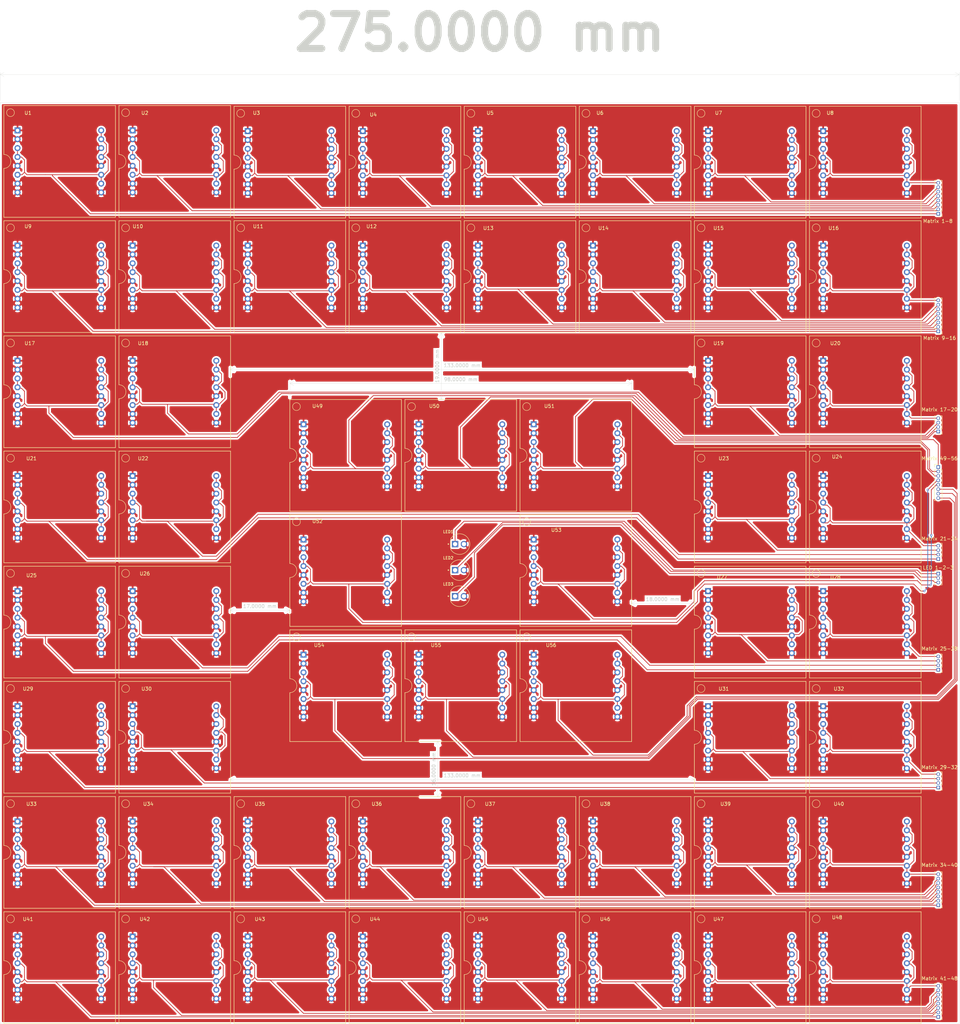
<source format=kicad_pcb>
(kicad_pcb (version 20240108) (generator "pcbnew") (generator_version "8.0")
  (layers (0 "F.Cu" signal) (31 "B.Cu" signal) (34 "B.Paste" user) (35 "F.Paste" user) (36 "B.SilkS" user "B.Silkscreen") (37 "F.SilkS" user "F.Silkscreen") (38 "B.Mask" user) (39 "F.Mask" user) (44 "Edge.Cuts" user))
  (net 0 "")
  (net 1 "GND")
  (net 2 "kath_1")
  (net 3 "kath_2")
  (net 4 "kath_5")
  (net 5 "kath_3")
  (net 6 "kath_6")
  (net 7 "kath_4")
  (net 8 "kath_7")
  (net 9 "kath_9")
  (net 10 "kath_11")
  (net 11 "kath_8")
  (net 12 "kath_12")
  (net 13 "kath_10")
  (net 14 "kath_13")
  (net 15 "kath_15")
  (net 16 "kath_17")
  (net 17 "kath_14")
  (net 18 "kath_18")
  (net 19 "kath_16")
  (net 20 "kath_19")
  (net 21 "kath_21")
  (net 22 "kath_23")
  (net 23 "kath_20")
  (net 24 "kath_24")
  (net 25 "kath_22")
  (net 26 "kath_25")
  (net 27 "kath_27")
  (net 28 "kath_29")
  (net 29 "kath_26")
  (net 30 "kath_30")
  (net 31 "kath_28")
  (net 32 "kath_31")
  (net 33 "kath_33")
  (net 34 "kath_35")
  (net 35 "kath_32")
  (net 36 "kath_34")
  (net 37 "kath_36")
  (net 38 "kath_37")
  (net 39 "kath_39")
  (net 40 "kath_41")
  (net 41 "kath_38")
  (net 42 "kath_42")
  (net 43 "kath_40")
  (net 44 "kath_43")
  (net 45 "kath_45")
  (net 46 "kath_47")
  (net 47 "kath_44")
  (net 48 "kath_48")
  (net 49 "kath_46")
  (net 50 "kath_49")
  (net 51 "kath_51")
  (net 52 "kath_53")
  (net 53 "kath_50")
  (net 54 "kath_54")
  (net 55 "kath_52")
  (net 56 "kath_55")
  (net 57 "kath_56")
  (net 58 "Kath_led1")
  (net 59 "Kath_led2")
  (net 60 "Kath_led3")
  (footprint "lib_fp:LED_1088_Pin_Header" (layer "F.Cu") (at 434.08 107.0875)
    (property "Reference" "U6")
    (property "Value" "1088BS")
  )
  (footprint "lib_fp:LED_1088_Pin_Header" (layer "F.Cu") (at 368.08 107.0875)
    (property "Reference" "U4")
    (property "Value" "1088BS")
  )
  (footprint "lib_fp:LED_1088_Pin_Header" (layer "F.Cu") (at 368.08 337.89)
    (property "Reference" "U44")
    (property "Value" "1088BS")
  )
  (footprint "lib_fp:LED_1088_Pin_Header" (layer "F.Cu") (at 401.08 139.89)
    (property "Reference" "U13")
    (property "Value" "1088BS")
  )
  (footprint "lib_fp:LED_1088_Pin_Header" (layer "F.Cu") (at 500.08 139.89)
    (property "Reference" "U16")
    (property "Value" "1088BS")
  )
  (footprint "lib_fp:LED_1088_Pin_Header" (layer "F.Cu") (at 467.08 304.89)
    (property "Reference" "U39")
    (property "Value" "1088BS")
  )
  (footprint "lib_fp:LED_1088_Pin_Header" (layer "F.Cu") (at 335.08 107.0875)
    (property "Reference" "U3")
    (property "Value" "1088BS")
  )
  (footprint "lib_fp:LED_1088_Pin_Header" (layer "F.Cu") (at 384.08 257.11)
    (property "Reference" "U55")
    (property "Value" "1088BS")
  )
  (footprint "lib_fp:LED_1088_Pin_Header" (layer "F.Cu") (at 500.08 271.89)
    (property "Reference" "U32")
    (property "Value" "1088BS")
  )
  (footprint "Connector_PinHeader_1.27mm:PinHeader_1x08_P1.27mm_Vertical" (layer "F.Cu") (at 537 368 180)
    (property "Reference" " Matrix 41-48")
    (property "Value" "Conn_01x08_Pin" (hide yes))
  )
  (footprint "lib_fp:LED_1088_Pin_Header" (layer "F.Cu") (at 269.08 106.89)
    (property "Reference" "U1")
    (property "Value" "1088BS")
  )
  (footprint "lib_fp:LED_1088_Pin_Header" (layer "F.Cu") (at 401.08 337.89)
    (property "Reference" "U45")
    (property "Value" "1088BS")
  )
  (footprint "lib_fp:LED_1088_Pin_Header" (layer "F.Cu") (at 500.08 205.89)
    (property "Reference" "U24")
    (property "Value" "1088BS")
  )
  (footprint "Connector_PinHeader_1.27mm:PinHeader_1x04_P1.27mm_Vertical" (layer "F.Cu") (at 537 268.54 180)
    (property "Reference" " Matrix 25-28")
    (property "Value" "Conn_01x04_Pin" (hide yes))
  )
  (footprint "lib_fp:LED_1088_Pin_Header" (layer "F.Cu") (at 302.08 172.89)
    (property "Reference" "U18")
    (property "Value" "1088BS")
  )
  (footprint "lib_fp:LED_1088_Pin_Header" (layer "F.Cu") (at 269.08 139.89)
    (property "Reference" "U9")
    (property "Value" "1088BS")
  )
  (footprint "lib_fp:LED_1088_Pin_Header" (layer "F.Cu") (at 467.08 337.89)
    (property "Reference" "U47")
    (property "Value" "1088BS")
  )
  (footprint "L08R5000Q1:LEDRD254W57D500H1070" (layer "F.Cu") (at 399.73 247.465106)
    (property "Reference" "LED3")
    (property "Value" "L08R5000Q1")
  )
  (footprint "lib_fp:LED_1088_Pin_Header" (layer "F.Cu") (at 269.08 304.89)
    (property "Reference" "U33")
    (property "Value" "1088BS")
  )
  (footprint "lib_fp:LED_1088_Pin_Header" (layer "F.Cu") (at 401.08 304.89)
    (property "Reference" "U37")
    (property "Value" "1088BS")
  )
  (footprint "L08R5000Q1:LEDRD254W57D500H1070" (layer "F.Cu") (at 399.73 232.534894)
    (property "Reference" "LED1")
    (property "Value" "L08R5000Q1")
  )
  (footprint "lib_fp:LED_1088_Pin_Header" (layer "F.Cu") (at 417.08 191.11)
    (property "Reference" "U51")
    (property "Value" "1088BS")
  )
  (footprint "lib_fp:LED_1088_Pin_Header" (layer "F.Cu") (at 500.08 337.89)
    (property "Reference" "U48")
    (property "Value" "1088BS")
  )
  (footprint "lib_fp:LED_1088_Pin_Header" (layer "F.Cu") (at 500.08 238.89)
    (property "Reference" "U28")
    (property "Value" "1088BS")
  )
  (footprint "lib_fp:LED_1088_Pin_Header" (layer "F.Cu") (at 467.08 205.89)
    (property "Reference" "U23")
    (property "Value" "1088BS")
  )
  (footprint "lib_fp:LED_1088_Pin_Header" (layer "F.Cu") (at 302.08 205.89)
    (property "Reference" "U22")
    (property "Value" "1088BS")
  )
  (footprint "lib_fp:LED_1088_Pin_Header" (layer "F.Cu") (at 434.08 337.89)
    (property "Reference" "U46")
    (property "Value" "1088BS")
  )
  (footprint "lib_fp:LED_1088_Pin_Header" (layer "F.Cu") (at 467.08 271.89)
    (property "Reference" "U31")
    (property "Value" "1088BS")
  )
  (footprint "lib_fp:LED_1088_Pin_Header" (layer "F.Cu") (at 335.08 304.89)
    (property "Reference" "U35")
    (property "Value" "1088BS")
  )
  (footprint "lib_fp:LED_1088_Pin_Header" (layer "F.Cu") (at 368.08 139.89)
    (property "Reference" "U12")
    (property "Value" "1088BS")
  )
  (footprint "lib_fp:LED_1088_Pin_Header" (layer "F.Cu") (at 351.08 191.11)
    (property "Reference" "U49")
    (property "Value" "1088BS")
  )
  (footprint "Connector_PinHeader_1.27mm:PinHeader_1x08_P1.27mm_Vertical" (layer "F.Cu") (at 537 137.89 180)
    (property "Reference" " Matrix 1-8")
    (property "Value" "Conn_01x08_Pin" (hide yes))
  )
  (footprint "lib_fp:LED_1088_Pin_Header" (layer "F.Cu") (at 269.08 271.89)
    (property "Reference" "U29")
    (property "Value" "1088BS")
  )
  (footprint "lib_fp:LED_1088_Pin_Header" (layer "F.Cu") (at 302.08 304.89)
    (property "Reference" "U34")
    (property "Value" "1088BS")
  )
  (footprint "lib_fp:LED_1088_Pin_Header" (layer "F.Cu") (at 368.08 304.89)
    (property "Reference" "U36")
    (property "Value" "1088BS")
  )
  (footprint "lib_fp:LED_1088_Pin_Header" (layer "F.Cu") (at 467.08 172.89)
    (property "Reference" "U19")
    (property "Value" "1088BS")
  )
  (footprint "lib_fp:LED_1088_Pin_Header" (layer "F.Cu") (at 351.08 257.11)
    (property "Reference" "U54")
    (property "Value" "1088BS")
  )
  (footprint "Connector_PinHeader_1.27mm:PinHeader_1x04_P1.27mm_Vertical" (layer "F.Cu") (at 537 302.27 180)
    (property "Reference" " Matrix 29-32")
    (property "Value" "Conn_01x04_Pin" (hide yes))
  )
  (footprint "Connector_PinHeader_1.27mm:PinHeader_1x04_P1.27mm_Vertical" (layer "F.Cu") (at 537 236.81 180)
    (property "Reference" " Matrix 21-24")
    (property "Value" "Conn_01x04_Pin" (hide yes))
  )
  (footprint "lib_fp:LED_1088_Pin_Header" (layer "F.Cu") (at 269.08 205.89)
    (property "Reference" "U21")
    (property "Value" "1088BS")
  )
  (footprint "lib_fp:LED_1088_Pin_Header" (layer "F.Cu") (at 302.08 271.89)
    (property "Reference" "U30")
    (property "Value" "1088BS")
  )
  (footprint "Connector_PinHeader_1.27mm:PinHeader_1x08_P1.27mm_Vertical" (layer "F.Cu") (at 537 336 180)
    (property "Reference" " Matrix 34-40")
    (property "Value" "Conn_01x08_Pin" (hide yes))
  )
  (footprint "L08R5000Q1:LEDRD254W57D500H1070" (layer "F.Cu") (at 399.73 240)
    (property "Reference" "LED2")
    (property "Value" "L08R5000Q1")
  )
  (footprint "lib_fp:LED_1088_Pin_Header" (layer "F.Cu") (at 467.08 238.89)
    (property "Reference" "U27")
    (property "Value" "1088BS")
  )
  (footprint "lib_fp:LED_1088_Pin_Header" (layer "F.Cu") (at 269.08 238.89)
    (property "Reference" "U25")
    (property "Value" "1088BS")
  )
  (footprint "lib_fp:LED_1088_Pin_Header" (layer "F.Cu") (at 269.08 172.89)
    (property "Reference" "U17")
    (property "Value" "1088BS")
  )
  (footprint "lib_fp:LED_1088_Pin_Header" (layer "F.Cu") (at 500.08 172.89)
    (property "Reference" "U20")
    (property "Value" "1088BS")
  )
  (footprint "lib_fp:LED_1088_Pin_Header" (layer "F.Cu") (at 351.08 224.11)
    (property "Reference" "U52")
    (property "Value" "1088BS")
  )
  (footprint "lib_fp:LED_1088_Pin_Header" (layer "F.Cu") (at 302.08 139.89)
    (property "Reference" "U10")
    (property "Value" "1088BS")
  )
  (footprint "lib_fp:LED_1088_Pin_Header" (layer "F.Cu") (at 335.08 337.89)
    (property "Reference" "U43")
    (property "Value" "1088BS")
  )
  (footprint "lib_fp:LED_1088_Pin_Header" (layer "F.Cu") (at 384.08 191.11)
    (property "Reference" "U50")
    (property "Value" "1088BS")
  )
  (footprint "lib_fp:LED_1088_Pin_Header" (layer "F.Cu") (at 417.08 224.11)
    (property "Reference" "U53")
    (property "Value" "1088BS")
  )
  (footprint "lib_fp:LED_1088_Pin_Header" (layer "F.Cu") (at 467.08 107.0875)
    (property "Reference" "U7")
    (property "Value" "1088BS")
  )
  (footprint "Connector_PinHeader_1.27mm:PinHeader_1x04_P1.27mm_Vertical" (layer "F.Cu") (at 537 200.27 180)
    (property "Reference" " Matrix 17-20")
    (property "Value" " Matrix 17-20" (hide yes))
  )
  (footprint "lib_fp:LED_1088_Pin_Header" (layer "F.Cu") (at 434.08 304.89)
    (property "Reference" "U38")
    (property "Value" "1088BS")
  )
  (footprint "lib_fp:LED_1088_Pin_Header" (layer "F.Cu") (at 302.08 106.89)
    (property "Reference" "U2")
    (property "Value" "1088BS")
  )
  (footprint "lib_fp:LED_1088_Pin_Header" (layer "F.Cu") (at 417.08 257.11)
    (property "Reference" "U56")
    (property "Value" "1088BS")
  )
  (footprint "lib_fp:LED_1088_Pin_Header" (layer "F.Cu") (at 467.08 139.89)
    (property "Reference" "U15")
    (property "Value" "1088BS")
  )
  (footprint "Connector_PinHeader_1.27mm:PinHeader_1x08_P1.27mm_Vertical" (layer "F.Cu") (at 537 210.46)
    (property "Reference" " Matrix 49-56")
    (property "Value" "Conn_01x08_Pin" (hide yes))
  )
  (footprint "lib_fp:LED_1088_Pin_Header" (layer "F.Cu") (at 401.08 107.0875)
    (property "Reference" "U5")
    (property "Value" "1088BS")
  )
  (footprint "lib_fp:LED_1088_Pin_Header" (layer "F.Cu") (at 335.08 139.89)
    (property "Reference" "U11")
    (property "Value" "1088BS")
  )
  (footprint "lib_fp:LED_1088_Pin_Header" (layer "F.Cu") (at 269.08 337.89)
    (property "Reference" "U41")
    (property "Value" "1088BS")
  )
  (footprint "Connector_PinHeader_1.27mm:PinHeader_1x08_P1.27mm_Vertical" (layer "F.Cu") (at 537 171.58 180)
    (property "Reference" " Matrix 9-16")
    (property "Value" "Conn_01x08_Pin")
  )
  (footprint "lib_fp:LED_1088_Pin_Header" (layer "F.Cu") (at 434.08 139.89)
    (property "Reference" "U14")
    (property "Value" "1088BS")
  )
  (footprint "lib_fp:LED_1088_Pin_Header" (layer "F.Cu") (at 500.08 107.0875)
    (property "Reference" "U8")
    (property "Value" "1088BS")
  )
  (footprint "lib_fp:LED_1088_Pin_Header" (layer "F.Cu") (at 302.08 238.89)
    (property "Reference" "U26")
    (property "Value" "1088BS")
  )
  (footprint "lib_fp:LED_1088_Pin_Header" (layer "F.Cu") (at 302.08 337.89)
    (property "Reference" "U42")
    (property "Value" "1088BS")
  )
  (footprint "lib_fp:LED_1088_Pin_Header" (layer "F.Cu") (at 500.08 304.89)
    (property "Reference" "U40")
    (property "Value" "1088BS")
  )
  (footprint "Connector_PinHeader_1.27mm:PinHeader_1x03_P1.27mm_Vertical" (layer "F.Cu") (at 537 241)
    (property "Reference" "LED 1-2-3")
    (property "Value" "Conn_01x03_Pin" (hide yes))
  )
  (gr_rect (start 268 106) (end 543 370) (stroke (width 0.05)) (fill none) (layer "Edge.Cuts"))
  (dimension (type aligned) (layer "Edge.Cuts") (pts (xy 334 185) (xy 467 185)) (height -2.5) (gr_text "133.0000 mm" (at 400.5 181.35 0) (layer "Edge.Cuts") (effects (font (size 1 1) (thickness 0.15)))) (format (prefix "") (suffix "") (units 3) (units_format 1) (precision 4)) (style (thickness 0.05) (arrow_length 1.27) (text_position_mode 0) (extension_height 0.58642) (extension_offset 0.5) keep_text_aligned))
  (dimension (type aligned) (layer "Edge.Cuts") (pts (xy 351 251) (xy 334 251)) (height -0.5) (gr_text "17.0000 mm" (at 342.5 250.35 0) (layer "Edge.Cuts") (effects (font (size 1 1) (thickness 0.15)))) (format (prefix "") (suffix "") (units 3) (units_format 1) (precision 4)) (style (thickness 0.05) (arrow_length 1.27) (text_position_mode 0) (extension_height 0.58642) (extension_offset 0.5) keep_text_aligned))
  (dimension (type aligned) (layer "Edge.Cuts") (pts (xy 388 289) (xy 388 305)) (height -5.5) (gr_text "16.0000 mm" (at 392.35 297 90) (layer "Edge.Cuts") (effects (font (size 1 1) (thickness 0.15)))) (format (prefix "") (suffix "") (units 3) (units_format 1) (precision 4)) (style (thickness 0.05) (arrow_length 1.27) (text_position_mode 0) (extension_height 0.58642) (extension_offset 0.5) keep_text_aligned))
  (dimension (type aligned) (layer "Edge.Cuts") (pts (xy 393.5 191) (xy 393.5 172)) (height 1) (gr_text "19.0000 mm" (at 393.35 181.5 90) (layer "Edge.Cuts") (effects (font (size 1 1) (thickness 0.15)))) (format (prefix "") (suffix "") (units 3) (units_format 1) (precision 4)) (style (thickness 0.05) (arrow_length 1.27) (text_position_mode 0) (extension_height 0.58642) (extension_offset 0.5) keep_text_aligned))
  (dimension (type aligned) (layer "Edge.Cuts") (pts (xy 467 300) (xy 334 300)) (height 0) (gr_text "133.0000 mm" (at 400.5 298.85 0) (layer "Edge.Cuts") (effects (font (size 1 1) (thickness 0.15)))) (format (prefix "") (suffix "") (units 3) (units_format 1) (precision 4)) (style (thickness 0.05) (arrow_length 1.27) (text_position_mode 0) (extension_height 0.58642) (extension_offset 0.5) keep_text_aligned))
  (dimension (type aligned) (layer "Edge.Cuts") (pts (xy 268 106) (xy 543 106)) (height -8) (gr_text "275.0000 mm" (at 405.5 86 0) (layer "Edge.Cuts") (effects (font (size 10 10) (thickness 2) (bold yes)))) (format (prefix "") (suffix "") (units 3) (units_format 1) (precision 4)) (style (thickness 0.05) (arrow_length 1.27) (text_position_mode 0) (extension_height 0.58642) (extension_offset 0.5) keep_text_aligned))
  (dimension (type aligned) (layer "Edge.Cuts") (pts (xy 449 250) (xy 467 250)) (height -0.5) (gr_text "18.0000 mm" (at 458 248.35 0) (layer "Edge.Cuts") (effects (font (size 1 1) (thickness 0.15)))) (format (prefix "") (suffix "") (units 3) (units_format 1) (precision 4)) (style (thickness 0.05) (arrow_length 1.27) (text_position_mode 0) (extension_height 0.58642) (extension_offset 0.5) keep_text_aligned))
  (dimension (type aligned) (layer "Edge.Cuts") (pts (xy 449.08 191.11) (xy 351.08 191.11)) (height 4.61) (gr_text "98.0000 mm" (at 400.08 185.35 0) (layer "Edge.Cuts") (effects (font (size 1 1) (thickness 0.15)))) (format (prefix "") (suffix "") (units 3) (units_format 1) (precision 4)) (style (thickness 0.05) (arrow_length 1.27) (text_position_mode 0) (extension_height 0.58642) (extension_offset 0.5) keep_text_aligned))
  (segment (start 273 119.08) (end 273 121.62) (width 0.2) (layer "F.Cu") (net 2))
  (segment (start 297 126.7) (end 283 126.7) (width 0.2) (layer "F.Cu") (net 2))
  (segment (start 299 125.5) (end 297.8 126.7) (width 0.2) (layer "F.Cu") (net 2))
  (segment (start 275 122.5) (end 274.12 121.62) (width 0.2) (layer "F.Cu") (net 2))
  (segment (start 293.89 137.89) (end 283 127) (width 0.2) (layer "F.Cu") (net 2))
  (segment (start 298.5 120.12) (end 298.5 118.04) (width 0.2) (layer "F.Cu") (net 2))
  (segment (start 283 127) (end 283 126.7) (width 0.2) (layer "F.Cu") (net 2))
  (segment (start 283 126.7) (end 281 126.7) (width 0.2) (layer "F.Cu") (net 2))
  (segment (start 275 126) (end 275 122.5) (width 0.2) (layer "F.Cu") (net 2))
  (segment (start 299 122.5) (end 299 125.5) (width 0.2) (layer "F.Cu") (net 2))
  (segment (start 298.5 118.04) (end 297 116.54) (width 0.2) (layer "F.Cu") (net 2))
  (segment (start 297 126.7) (end 297 129.24) (width 0.2) (layer "F.Cu") (net 2))
  (segment (start 297.8 126.7) (end 297 126.7) (width 0.2) (layer "F.Cu") (net 2))
  (segment (start 537 137.89) (end 293.89 137.89) (width 0.2) (layer "F.Cu") (net 2))
  (segment (start 297 121.62) (end 298.5 120.12) (width 0.2) (layer "F.Cu") (net 2))
  (segment (start 297 121.62) (end 298.12 121.62) (width 0.2) (layer "F.Cu") (net 2))
  (segment (start 298.12 121.62) (end 299 122.5) (width 0.2) (layer "F.Cu") (net 2))
  (segment (start 281 126.7) (end 275.7 126.7) (width 0.2) (layer "F.Cu") (net 2))
  (segment (start 274.12 121.62) (end 273 121.62) (width 0.2) (layer "F.Cu") (net 2))
  (segment (start 274.3 126.7) (end 275 126) (width 0.2) (layer "F.Cu") (net 2))
  (segment (start 297 116.54) (end 297 114) (width 0.2) (layer "F.Cu") (net 2))
  (segment (start 275.7 126.7) (end 275 126) (width 0.2) (layer "F.Cu") (net 2))
  (segment (start 273 126.7) (end 274.3 126.7) (width 0.2) (layer "F.Cu") (net 2))
  (segment (start 330 121.88) (end 331.12 121.88) (width 0.2) (layer "F.Cu") (net 3))
  (segment (start 330 126.96) (end 330 129.5) (width 0.2) (layer "F.Cu") (net 3))
  (segment (start 331.12 121.88) (end 332 122.76) (width 0.2) (layer "F.Cu") (net 3))
  (segment (start 308.7 126.96) (end 308 126.26) (width 0.2) (layer "F.Cu") (net 3))
  (segment (start 331.5 118.3) (end 330 116.8) (width 0.2) (layer "F.Cu") (net 3))
  (segment (start 307.12 121.88) (end 306 121.88) (width 0.2) (layer "F.Cu") (net 3))
  (segment (start 332 122.76) (end 332 125.76) (width 0.2) (layer "F.Cu") (net 3))
  (segment (start 330 121.88) (end 331.5 120.38) (width 0.2) (layer "F.Cu") (net 3))
  (segment (start 536.62 137) (end 323.04 137) (width 0.2) (layer "F.Cu") (net 3))
  (segment (start 330 116.8) (end 330 114.26) (width 0.2) (layer "F.Cu") (net 3))
  (segment (start 308 126.26) (end 308 122.76) (width 0.2) (layer "F.Cu") (net 3))
  (segment (start 331.5 120.38) (end 331.5 118.3) (width 0.2) (layer "F.Cu") (net 3))
  (segment (start 323.04 137) (end 313 126.96) (width 0.2) (layer "F.Cu") (net 3))
  (segment (start 316 126.96) (end 313 126.96) (width 0.2) (layer "F.Cu") (net 3))
  (segment (start 313 126.96) (end 308.7 126.96) (width 0.2) (layer "F.Cu") (net 3))
  (segment (start 332 125.76) (end 330.8 126.96) (width 0.2) (layer "F.Cu") (net 3))
  (segment (start 330 126.96) (end 316 126.96) (width 0.2) (layer "F.Cu") (net 3))
  (segment (start 306 119.34) (end 306 121.88) (width 0.2) (layer "F.Cu") (net 3))
  (segment (start 307.3 126.96) (end 308 126.26) (width 0.2) (layer "F.Cu") (net 3))
  (segment (start 537 136.62) (end 536.62 137) (width 0.2) (layer "F.Cu") (net 3))
  (segment (start 306 126.96) (end 307.3 126.96) (width 0.2) (layer "F.Cu") (net 3))
  (segment (start 308 122.76) (end 307.12 121.88) (width 0.2) (layer "F.Cu") (net 3))
  (segment (start 330.8 126.96) (end 330 126.96) (width 0.2) (layer "F.Cu") (net 3))
  (segment (start 429 126.96) (end 415.5 126.96) (width 0.2) (layer "F.Cu") (net 4))
  (segment (start 407 122.76) (end 406.12 121.88) (width 0.2) (layer "F.Cu") (net 4))
  (segment (start 429 116.8) (end 429 114.26) (width 0.2) (layer "F.Cu") (net 4))
  (segment (start 534.31 135.5) (end 423.54 135.5) (width 0.2) (layer "F.Cu") (net 4))
  (segment (start 429.8 126.96) (end 429 126.96) (width 0.2) (layer "F.Cu") (net 4))
  (segment (start 430.12 121.88) (end 431 122.76) (width 0.2) (layer "F.Cu") (net 4))
  (segment (start 406.3 126.96) (end 407 126.26) (width 0.2) (layer "F.Cu") (net 4))
  (segment (start 406.12 121.88) (end 405 121.88) (width 0.2) (layer "F.Cu") (net 4))
  (segment (start 415.5 126.96) (end 415 126.96) (width 0.2) (layer "F.Cu") (net 4))
  (segment (start 431 122.76) (end 431 125.76) (width 0.2) (layer "F.Cu") (net 4))
  (segment (start 429 121.88) (end 430.12 121.88) (width 0.2) (layer "F.Cu") (net 4))
  (segment (start 405 119.34) (end 405 121.88) (width 0.2) (layer "F.Cu") (net 4))
  (segment (start 407 126.26) (end 407 122.76) (width 0.2) (layer "F.Cu") (net 4))
  (segment (start 431 125.76) (end 429.8 126.96) (width 0.2) (layer "F.Cu") (net 4))
  (segment (start 430.5 118.3) (end 429 116.8) (width 0.2) (layer "F.Cu") (net 4))
  (segment (start 429 121.88) (end 430.5 120.38) (width 0.2) (layer "F.Cu") (net 4))
  (segment (start 537 132.81) (end 534.31 135.5) (width 0.2) (layer "F.Cu") (net 4))
  (segment (start 405 126.96) (end 406.3 126.96) (width 0.2) (layer "F.Cu") (net 4))
  (segment (start 407.7 126.96) (end 407 126.26) (width 0.2) (layer "F.Cu") (net 4))
  (segment (start 429 126.96) (end 429 129.5) (width 0.2) (layer "F.Cu") (net 4))
  (segment (start 423.54 135.5) (end 415 126.96) (width 0.2) (layer "F.Cu") (net 4))
  (segment (start 415 126.96) (end 407.7 126.96) (width 0.2) (layer "F.Cu") (net 4))
  (segment (start 430.5 120.38) (end 430.5 118.3) (width 0.2) (layer "F.Cu") (net 4))
  (segment (start 349 126.96) (end 341.7 126.96) (width 0.2) (layer "F.Cu") (net 5))
  (segment (start 363 126.96) (end 350.5 126.96) (width 0.2) (layer "F.Cu") (net 5))
  (segment (start 340.12 121.88) (end 339 121.88) (width 0.2) (layer "F.Cu") (net 5))
  (segment (start 341 126.26) (end 341 122.76) (width 0.2) (layer "F.Cu") (net 5))
  (segment (start 350.5 126.96) (end 349 126.96) (width 0.2) (layer "F.Cu") (net 5))
  (segment (start 365 122.76) (end 365 125.76) (width 0.2) (layer "F.Cu") (net 5))
  (segment (start 537 135.35) (end 535.85 136.5) (width 0.2) (layer "F.Cu") (net 5))
  (segment (start 363 116.8) (end 363 114.26) (width 0.2) (layer "F.Cu") (net 5))
  (segment (start 339 126.96) (end 340.3 126.96) (width 0.2) (layer "F.Cu") (net 5))
  (segment (start 363.8 126.96) (end 363 126.96) (width 0.2) (layer "F.Cu") (net 5))
  (segment (start 363 126.96) (end 363 129.5) (width 0.2) (layer "F.Cu") (net 5))
  (segment (start 365 125.76) (end 363.8 126.96) (width 0.2) (layer "F.Cu") (net 5))
  (segment (start 339 119.34) (end 339 121.88) (width 0.2) (layer "F.Cu") (net 5))
  (segment (start 341.7 126.96) (end 341 126.26) (width 0.2) (layer "F.Cu") (net 5))
  (segment (start 535.85 136.5) (end 360.04 136.5) (width 0.2) (layer "F.Cu") (net 5))
  (segment (start 360.04 136.5) (end 350.5 126.96) (width 0.2) (layer "F.Cu") (net 5))
  (segment (start 340.3 126.96) (end 341 126.26) (width 0.2) (layer "F.Cu") (net 5))
  (segment (start 364.5 118.3) (end 363 116.8) (width 0.2) (layer "F.Cu") (net 5))
  (segment (start 364.12 121.88) (end 365 122.76) (width 0.2) (layer "F.Cu") (net 5))
  (segment (start 364.5 120.38) (end 364.5 118.3) (width 0.2) (layer "F.Cu") (net 5))
  (segment (start 341 122.76) (end 340.12 121.88) (width 0.2) (layer "F.Cu") (net 5))
  (segment (start 363 121.88) (end 364.12 121.88) (width 0.2) (layer "F.Cu") (net 5))
  (segment (start 363 121.88) (end 364.5 120.38) (width 0.2) (layer "F.Cu") (net 5))
  (segment (start 462.8 126.96) (end 462 126.96) (width 0.2) (layer "F.Cu") (net 6))
  (segment (start 440 126.26) (end 440 122.76) (width 0.2) (layer "F.Cu") (net 6))
  (segment (start 464 125.76) (end 462.8 126.96) (width 0.2) (layer "F.Cu") (net 6))
  (segment (start 463.5 120.38) (end 463.5 118.3) (width 0.2) (layer "F.Cu") (net 6))
  (segment (start 462 121.88) (end 463.5 120.38) (width 0.2) (layer "F.Cu") (net 6))
  (segment (start 462 121.88) (end 463.12 121.88) (width 0.2) (layer "F.Cu") (net 6))
  (segment (start 440.7 126.96) (end 440 126.26) (width 0.2) (layer "F.Cu") (net 6))
  (segment (start 455.54 135) (end 447.5 126.96) (width 0.2) (layer "F.Cu") (net 6))
  (segment (start 438 126.96) (end 439.3 126.96) (width 0.2) (layer "F.Cu") (net 6))
  (segment (start 438 119.34) (end 438 121.88) (width 0.2) (layer "F.Cu") (net 6))
  (segment (start 463.12 121.88) (end 464 122.76) (width 0.2) (layer "F.Cu") (net 6))
  (segment (start 537 131.54) (end 533.54 135) (width 0.2) (layer "F.Cu") (net 6))
  (segment (start 439.12 121.88) (end 438 121.88) (width 0.2) (layer "F.Cu") (net 6))
  (segment (start 450 126.96) (end 447.5 126.96) (width 0.2) (layer "F.Cu") (net 6))
  (segment (start 464 122.76) (end 464 125.76) (width 0.2) (layer "F.Cu") (net 6))
  (segment (start 533.54 135) (end 455.54 135) (width 0.2) (layer "F.Cu") (net 6))
  (segment (start 462 126.96) (end 450 126.96) (width 0.2) (layer "F.Cu") (net 6))
  (segment (start 447.5 126.96) (end 440.7 126.96) (width 0.2) (layer "F.Cu") (net 6))
  (segment (start 463.5 118.3) (end 462 116.8) (width 0.2) (layer "F.Cu") (net 6))
  (segment (start 439.3 126.96) (end 440 126.26) (width 0.2) (layer "F.Cu") (net 6))
  (segment (start 462 116.8) (end 462 114.26) (width 0.2) (layer "F.Cu") (net 6))
  (segment (start 462 126.96) (end 462 129.5) (width 0.2) (layer "F.Cu") (net 6))
  (segment (start 440 122.76) (end 439.12 121.88) (width 0.2) (layer "F.Cu") (net 6))
  (segment (start 396 116.8) (end 396 114.26) (width 0.2) (layer "F.Cu") (net 7))
  (segment (start 391.54 136) (end 382.5 126.96) (width 0.2) (layer "F.Cu") (net 7))
  (segment (start 396.8 126.96) (end 396 126.96) (width 0.2) (layer "F.Cu") (net 7))
  (segment (start 382.5 126.96) (end 380 126.96) (width 0.2) (layer "F.Cu") (net 7))
  (segment (start 372 119.34) (end 372 121.88) (width 0.2) (layer "F.Cu") (net 7))
  (segment (start 397.12 121.88) (end 398 122.76) (width 0.2) (layer "F.Cu") (net 7))
  (segment (start 396 121.88) (end 397.12 121.88) (width 0.2) (layer "F.Cu") (net 7))
  (segment (start 537 134.08) (end 535.08 136) (width 0.2) (layer "F.Cu") (net 7))
  (segment (start 374 126.26) (end 374 122.76) (width 0.2) (layer "F.Cu") (net 7))
  (segment (start 374.7 126.96) (end 374 126.26) (width 0.2) (layer "F.Cu") (net 7))
  (segment (start 374 122.76) (end 373.12 121.88) (width 0.2) (layer "F.Cu") (net 7))
  (segment (start 397.5 118.3) (end 396 116.8) (width 0.2) (layer "F.Cu") (net 7))
  (segment (start 397.5 120.38) (end 397.5 118.3) (width 0.2) (layer "F.Cu") (net 7))
  (segment (start 372 126.96) (end 373.3 126.96) (width 0.2) (layer "F.Cu") (net 7))
  (segment (start 373.3 126.96) (end 374 126.26) (width 0.2) (layer "F.Cu") (net 7))
  (segment (start 396 126.96) (end 396 129.5) (width 0.2) (layer "F.Cu") (net 7))
  (segment (start 535.08 136) (end 391.54 136) (width 0.2) (layer "F.Cu") (net 7))
  (segment (start 398 122.76) (end 398 125.76) (width 0.2) (layer "F.Cu") (net 7))
  (segment (start 396 126.96) (end 382.5 126.96) (width 0.2) (layer "F.Cu") (net 7))
  (segment (start 380 126.96) (end 374.7 126.96) (width 0.2) (layer "F.Cu") (net 7))
  (segment (start 396 121.88) (end 397.5 120.38) (width 0.2) (layer "F.Cu") (net 7))
  (segment (start 373.12 121.88) (end 372 121.88) (width 0.2) (layer "F.Cu") (net 7))
  (segment (start 398 125.76) (end 396.8 126.96) (width 0.2) (layer "F.Cu") (net 7))
  (segment (start 481.5 126.96) (end 473.7 126.96) (width 0.2) (layer "F.Cu") (net 8))
  (segment (start 537 130.27) (end 532.77 134.5) (width 0.2) (layer "F.Cu") (net 8))
  (segment (start 473 126.26) (end 473 122.76) (width 0.2) (layer "F.Cu") (net 8))
  (segment (start 495 126.96) (end 495 129.5) (width 0.2) (layer "F.Cu") (net 8))
  (segment (start 495 121.88) (end 496.5 120.38) (width 0.2) (layer "F.Cu") (net 8))
  (segment (start 472.12 121.88) (end 471 121.88) (width 0.2) (layer "F.Cu") (net 8))
  (segment (start 495 126.96) (end 481.5 126.96) (width 0.2) (layer "F.Cu") (net 8))
  (segment (start 489.04 134.5) (end 481.5 126.96) (width 0.2) (layer "F.Cu") (net 8))
  (segment (start 471 119.34) (end 471 121.88) (width 0.2) (layer "F.Cu") (net 8))
  (segment (start 532.77 134.5) (end 489.04 134.5) (width 0.2) (layer "F.Cu") (net 8))
  (segment (start 495 116.8) (end 495 114.26) (width 0.2) (layer "F.Cu") (net 8))
  (segment (start 496.5 118.3) (end 495 116.8) (width 0.2) (layer "F.Cu") (net 8))
  (segment (start 495 121.88) (end 496.12 121.88) (width 0.2) (layer "F.Cu") (net 8))
  (segment (start 497 122.76) (end 497 125.76) (width 0.2) (layer "F.Cu") (net 8))
  (segment (start 497 125.76) (end 495.8 126.96) (width 0.2) (layer "F.Cu") (net 8))
  (segment (start 496.5 120.38) (end 496.5 118.3) (width 0.2) (layer "F.Cu") (net 8))
  (segment (start 472.3 126.96) (end 473 126.26) (width 0.2) (layer "F.Cu") (net 8))
  (segment (start 496.12 121.88) (end 497 122.76) (width 0.2) (layer "F.Cu") (net 8))
  (segment (start 495.8 126.96) (end 495 126.96) (width 0.2) (layer "F.Cu") (net 8))
  (segment (start 471 126.96) (end 472.3 126.96) (width 0.2) (layer "F.Cu") (net 8))
  (segment (start 473.7 126.96) (end 473 126.26) (width 0.2) (layer "F.Cu") (net 8))
  (segment (start 473 122.76) (end 472.12 121.88) (width 0.2) (layer "F.Cu") (net 8))
  (segment (start 275.7 159.96) (end 275 159.26) (width 0.2) (layer "F.Cu") (net 9))
  (segment (start 299 155.76) (end 299 158.76) (width 0.2) (layer "F.Cu") (net 9))
  (segment (start 298.5 151.3) (end 297 149.8) (width 0.2) (layer "F.Cu") (net 9))
  (segment (start 297 154.88) (end 298.5 153.38) (width 0.2) (layer "F.Cu") (net 9))
  (segment (start 275 155.76) (end 274.12 154.88) (width 0.2) (layer "F.Cu") (net 9))
  (segment (start 297.8 159.96) (end 297 159.96) (width 0.2) (layer "F.Cu") (net 9))
  (segment (start 297 149.8) (end 297 147.26) (width 0.2) (layer "F.Cu") (net 9))
  (segment (start 294.62 171.58) (end 283 159.96) (width 0.2) (layer "F.Cu") (net 9))
  (segment (start 297 159.96) (end 283 159.96) (width 0.2) (layer "F.Cu") (net 9))
  (segment (start 273 152.34) (end 273 154.88) (width 0.2) (layer "F.Cu") (net 9))
  (segment (start 275 159.26) (end 275 155.76) (width 0.2) (layer "F.Cu") (net 9))
  (segment (start 299 158.76) (end 297.8 159.96) (width 0.2) (layer "F.Cu") (net 9))
  (segment (start 273 159.96) (end 274.3 159.96) (width 0.2) (layer "F.Cu") (net 9))
  (segment (start 537 171.58) (end 294.62 171.58) (width 0.2) (layer "F.Cu") (net 9))
  (segment (start 298.12 154.88) (end 299 155.76) (width 0.2) (layer "F.Cu") (net 9))
  (segment (start 274.12 154.88) (end 273 154.88) (width 0.2) (layer "F.Cu") (net 9))
  (segment (start 283 159.96) (end 275.7 159.96) (width 0.2) (layer "F.Cu") (net 9))
  (segment (start 298.5 153.38) (end 298.5 151.3) (width 0.2) (layer "F.Cu") (net 9))
  (segment (start 274.3 159.96) (end 275 159.26) (width 0.2) (layer "F.Cu") (net 9))
  (segment (start 297 159.96) (end 297 162.5) (width 0.2) (layer "F.Cu") (net 9))
  (segment (start 297 154.88) (end 298.12 154.88) (width 0.2) (layer "F.Cu") (net 9))
  (segment (start 364.5 151.3) (end 363 149.8) (width 0.2) (layer "F.Cu") (net 10))
  (segment (start 340.3 159.96) (end 341 159.26) (width 0.2) (layer "F.Cu") (net 10))
  (segment (start 363 159.96) (end 363 162.5) (width 0.2) (layer "F.Cu") (net 10))
  (segment (start 351 159.96) (end 341.7 159.96) (width 0.2) (layer "F.Cu") (net 10))
  (segment (start 363 154.88) (end 364.5 153.38) (width 0.2) (layer "F.Cu") (net 10))
  (segment (start 365 155.76) (end 365 158.76) (width 0.2) (layer "F.Cu") (net 10))
  (segment (start 339 159.96) (end 340.3 159.96) (width 0.2) (layer "F.Cu") (net 10))
  (segment (start 363.8 159.96) (end 363 159.96) (width 0.2) (layer "F.Cu") (net 10))
  (segment (start 535.54 170.5) (end 361.54 170.5) (width 0.2) (layer "F.Cu") (net 10))
  (segment (start 365 158.76) (end 363.8 159.96) (width 0.2) (layer "F.Cu") (net 10))
  (segment (start 364.12 154.88) (end 365 155.76) (width 0.2) (layer "F.Cu") (net 10))
  (segment (start 361.54 170.5) (end 351 159.96) (width 0.2) (layer "F.Cu") (net 10))
  (segment (start 363 154.88) (end 364.12 154.88) (width 0.2) (layer "F.Cu") (net 10))
  (segment (start 339 152.34) (end 339 154.88) (width 0.2) (layer "F.Cu") (net 10))
  (segment (start 341.7 159.96) (end 341 159.26) (width 0.2) (layer "F.Cu") (net 10))
  (segment (start 363 159.96) (end 351 159.96) (width 0.2) (layer "F.Cu") (net 10))
  (segment (start 341 155.76) (end 340.12 154.88) (width 0.2) (layer "F.Cu") (net 10))
  (segment (start 537 169.04) (end 535.54 170.5) (width 0.2) (layer "F.Cu") (net 10))
  (segment (start 341 159.26) (end 341 155.76) (width 0.2) (layer "F.Cu") (net 10))
  (segment (start 340.12 154.88) (end 339 154.88) (width 0.2) (layer "F.Cu") (net 10))
  (segment (start 363 149.8) (end 363 147.26) (width 0.2) (layer "F.Cu") (net 10))
  (segment (start 364.5 153.38) (end 364.5 151.3) (width 0.2) (layer "F.Cu") (net 10))
  (segment (start 529.12 121.88) (end 530 122.76) (width 0.2) (layer "F.Cu") (net 11))
  (segment (start 506 126.26) (end 506 122.76) (width 0.2) (layer "F.Cu") (net 11))
  (segment (start 528.4375 129) (end 528 129.4375) (width 0.2) (layer "F.Cu") (net 11))
  (segment (start 528 121.88) (end 529.12 121.88) (width 0.2) (layer "F.Cu") (net 11))
  (segment (start 528 126.96) (end 528 129.5) (width 0.2) (layer "F.Cu") (net 11))
  (segment (start 528 121.88) (end 529.5 120.38) (width 0.2) (layer "F.Cu") (net 11))
  (segment (start 537 129) (end 528.4375 129) (width 0.2) (layer "F.Cu") (net 11))
  (segment (start 529.5 118.3) (end 528 116.8) (width 0.2) (layer "F.Cu") (net 11))
  (segment (start 504 119.34) (end 504 121.88) (width 0.2) (layer "F.Cu") (net 11))
  (segment (start 529.5 120.38) (end 529.5 118.3) (width 0.2) (layer "F.Cu") (net 11))
  (segment (start 528.8 126.96) (end 528 126.96) (width 0.2) (layer "F.Cu") (net 11))
  (segment (start 530 122.76) (end 530 125.76) (width 0.2) (layer "F.Cu") (net 11))
  (segment (start 528 126.96) (end 506.7 126.96) (width 0.2) (layer "F.Cu") (net 11))
  (segment (start 505.12 121.88) (end 504 121.88) (width 0.2) (layer "F.Cu") (net 11))
  (segment (start 506.7 126.96) (end 506 126.26) (width 0.2) (layer "F.Cu") (net 11))
  (segment (start 528 116.8) (end 528 114.26) (width 0.2) (layer "F.Cu") (net 11))
  (segment (start 504 126.96) (end 505.3 126.96) (width 0.2) (layer "F.Cu") (net 11))
  (segment (start 506 122.76) (end 505.12 121.88) (width 0.2) (layer "F.Cu") (net 11))
  (segment (start 530 125.76) (end 528.8 126.96) (width 0.2) (layer "F.Cu") (net 11))
  (segment (start 505.3 126.96) (end 506 126.26) (width 0.2) (layer "F.Cu") (net 11))
  (segment (start 396 159.96) (end 384.5 159.96) (width 0.2) (layer "F.Cu") (net 12))
  (segment (start 373.3 159.96) (end 374 159.26) (width 0.2) (layer "F.Cu") (net 12))
  (segment (start 384.5 159.96) (end 374.7 159.96) (width 0.2) (layer "F.Cu") (net 12))
  (segment (start 372 159.96) (end 373.3 159.96) (width 0.2) (layer "F.Cu") (net 12))
  (segment (start 396 159.96) (end 396 162.5) (width 0.2) (layer "F.Cu") (net 12))
  (segment (start 373.12 154.88) (end 372 154.88) (width 0.2) (layer "F.Cu") (net 12))
  (segment (start 396.8 159.96) (end 396 159.96) (width 0.2) (layer "F.Cu") (net 12))
  (segment (start 396 149.8) (end 396 147.26) (width 0.2) (layer "F.Cu") (net 12))
  (segment (start 374.7 159.96) (end 374 159.26) (width 0.2) (layer "F.Cu") (net 12))
  (segment (start 374 155.76) (end 373.12 154.88) (width 0.2) (layer "F.Cu") (net 12))
  (segment (start 534.77 170) (end 394.54 170) (width 0.2) (layer "F.Cu") (net 12))
  (segment (start 396 154.88) (end 397.5 153.38) (width 0.2) (layer "F.Cu") (net 12))
  (segment (start 397.5 153.38) (end 397.5 151.3) (width 0.2) (layer "F.Cu") (net 12))
  (segment (start 398 155.76) (end 398 158.76) (width 0.2) (layer "F.Cu") (net 12))
  (segment (start 537 167.77) (end 534.77 170) (width 0.2) (layer "F.Cu") (net 12))
  (segment (start 374 159.26) (end 374 155.76) (width 0.2) (layer "F.Cu") (net 12))
  (segment (start 398 158.76) (end 396.8 159.96) (width 0.2) (layer "F.Cu") (net 12))
  (segment (start 394.54 170) (end 384.5 159.96) (width 0.2) (layer "F.Cu") (net 12))
  (segment (start 396 154.88) (end 397.12 154.88) (width 0.2) (layer "F.Cu") (net 12))
  (segment (start 397.5 151.3) (end 396 149.8) (width 0.2) (layer "F.Cu") (net 12))
  (segment (start 397.12 154.88) (end 398 155.76) (width 0.2) (layer "F.Cu") (net 12))
  (segment (start 372 152.34) (end 372 154.88) (width 0.2) (layer "F.Cu") (net 12))
  (segment (start 307.12 154.88) (end 306 154.88) (width 0.2) (layer "F.Cu") (net 13))
  (segment (start 536.53 170.78) (end 536.2 170.78) (width 0.2) (layer "F.Cu") (net 13))
  (segment (start 329.54 171) (end 318.5 159.96) (width 0.2) (layer "F.Cu") (net 13))
  (segment (start 331.5 151.3) (end 330 149.8) (width 0.2) (layer "F.Cu") (net 13))
  (segment (start 308 159.26) (end 308 155.76) (width 0.2) (layer "F.Cu") (net 13))
  (segment (start 330 159.96) (end 318.5 159.96) (width 0.2) (layer "F.Cu") (net 13))
  (segment (start 536.2 170.78) (end 535.98 171) (width 0.2) (layer "F.Cu") (net 13))
  (segment (start 308.7 159.96) (end 308 159.26) (width 0.2) (layer "F.Cu") (net 13))
  (segment (start 308 155.76) (end 307.12 154.88) (width 0.2) (layer "F.Cu") (net 13))
  (segment (start 330 149.8) (end 330 147.26) (width 0.2) (layer "F.Cu") (net 13))
  (segment (start 332 155.76) (end 332 158.76) (width 0.2) (layer "F.Cu") (net 13))
  (segment (start 330 154.88) (end 331.5 153.38) (width 0.2) (layer "F.Cu") (net 13))
  (segment (start 535.98 171) (end 329.54 171) (width 0.2) (layer "F.Cu") (net 13))
  (segment (start 331.12 154.88) (end 332 155.76) (width 0.2) (layer "F.Cu") (net 13))
  (segment (start 318.5 159.96) (end 308.7 159.96) (width 0.2) (layer "F.Cu") (net 13))
  (segment (start 307.3 159.96) (end 308 159.26) (width 0.2) (layer "F.Cu") (net 13))
  (segment (start 332 158.76) (end 330.8 159.96) (width 0.2) (layer "F.Cu") (net 13))
  (segment (start 330.8 159.96) (end 330 159.96) (width 0.2) (layer "F.Cu") (net 13))
  (segment (start 330 159.96) (end 330 162.5) (width 0.2) (layer "F.Cu") (net 13))
  (segment (start 331.5 153.38) (end 331.5 151.3) (width 0.2) (layer "F.Cu") (net 13))
  (segment (start 306 159.96) (end 307.3 159.96) (width 0.2) (layer "F.Cu") (net 13))
  (segment (start 306 152.34) (end 306 154.88) (width 0.2) (layer "F.Cu") (net 13))
  (segment (start 330 154.88) (end 331.12 154.88) (width 0.2) (layer "F.Cu") (net 13))
  (segment (start 537 170.31) (end 536.53 170.78) (width 0.2) (layer "F.Cu") (net 13))
  (segment (start 407.7 159.46) (end 407 158.76) (width 0.2) (layer "F.Cu") (net 14))
  (segment (start 426.54 169.5) (end 416.5 159.46) (width 0.2) (layer "F.Cu") (net 14))
  (segment (start 429.8 159.46) (end 429 159.46) (width 0.2) (layer "F.Cu") (net 14))
  (segment (start 407 155.26) (end 406.12 154.38) (width 0.2) (layer "F.Cu") (net 14))
  (segment (start 429 154.38) (end 430.12 154.38) (width 0.2) (layer "F.Cu") (net 14))
  (segment (start 430.5 152.88) (end 430.5 150.8) (width 0.2) (layer "F.Cu") (net 14))
  (segment (start 429 159.46) (end 429 162) (width 0.2) (layer "F.Cu") (net 14))
  (segment (start 431 158.26) (end 429.8 159.46) (width 0.2) (layer "F.Cu") (net 14))
  (segment (start 537 166.5) (end 534 169.5) (width 0.2) (layer "F.Cu") (net 14))
  (segment (start 431 155.26) (end 431 158.26) (width 0.2) (layer "F.Cu") (net 14))
  (segment (start 430.12 154.38) (end 431 155.26) (width 0.2) (layer "F.Cu") (net 14))
  (segment (start 429 159.46) (end 416.5 159.46) (width 0.2) (layer "F.Cu") (net 14))
  (segment (start 534 169.5) (end 426.54 169.5) (width 0.2) (layer "F.Cu") (net 14))
  (segment (start 407 158.76) (end 407 155.26) (width 0.2) (layer "F.Cu") (net 14))
  (segment (start 406.3 159.46) (end 407 158.76) (width 0.2) (layer "F.Cu") (net 14))
  (segment (start 405 159.46) (end 406.3 159.46) (width 0.2) (layer "F.Cu") (net 14))
  (segment (start 429 154.38) (end 430.5 152.88) (width 0.2) (layer "F.Cu") (net 14))
  (segment (start 405 151.84) (end 405 154.38) (width 0.2) (layer "F.Cu") (net 14))
  (segment (start 416.5 159.46) (end 407.7 159.46) (width 0.2) (layer "F.Cu") (net 14))
  (segment (start 430.5 150.8) (end 429 149.3) (width 0.2) (layer "F.Cu") (net 14))
  (segment (start 406.12 154.38) (end 405 154.38) (width 0.2) (layer "F.Cu") (net 14))
  (segment (start 429 149.3) (end 429 146.76) (width 0.2) (layer "F.Cu") (net 14))
  (segment (start 495 149.3) (end 495 146.76) (width 0.2) (layer "F.Cu") (net 15))
  (segment (start 473 158.76) (end 473 155.26) (width 0.2) (layer "F.Cu") (net 15))
  (segment (start 483 159.46) (end 473.7 159.46) (width 0.2) (layer "F.Cu") (net 15))
  (segment (start 473 155.26) (end 472.12 154.38) (width 0.2) (layer "F.Cu") (net 15))
  (segment (start 471 159.46) (end 472.3 159.46) (width 0.2) (layer "F.Cu") (net 15))
  (segment (start 532.5 168.5) (end 492.04 168.5) (width 0.2) (layer "F.Cu") (net 15))
  (segment (start 495 154.38) (end 496.12 154.38) (width 0.2) (layer "F.Cu") (net 15))
  (segment (start 495.8 159.46) (end 495 159.46) (width 0.2) (layer "F.Cu") (net 15))
  (segment (start 472.3 159.46) (end 473 158.76) (width 0.2) (layer "F.Cu") (net 15))
  (segment (start 496.12 154.38) (end 497 155.26) (width 0.2) (layer "F.Cu") (net 15))
  (segment (start 496.5 150.8) (end 495 149.3) (width 0.2) (layer "F.Cu") (net 15))
  (segment (start 473.7 159.46) (end 473 158.76) (width 0.2) (layer "F.Cu") (net 15))
  (segment (start 537 163.96) (end 532.5 168.46) (width 0.2) (layer "F.Cu") (net 15))
  (segment (start 495 159.46) (end 483 159.46) (width 0.2) (layer "F.Cu") (net 15))
  (segment (start 497 155.26) (end 497 158.26) (width 0.2) (layer "F.Cu") (net 15))
  (segment (start 492.04 168.5) (end 483 159.46) (width 0.2) (layer "F.Cu") (net 15))
  (segment (start 532.5 168.46) (end 532.5 168.5) (width 0.2) (layer "F.Cu") (net 15))
  (segment (start 472.12 154.38) (end 471 154.38) (width 0.2) (layer "F.Cu") (net 15))
  (segment (start 495 159.46) (end 495 162) (width 0.2) (layer "F.Cu") (net 15))
  (segment (start 495 154.38) (end 496.5 152.88) (width 0.2) (layer "F.Cu") (net 15))
  (segment (start 496.5 152.88) (end 496.5 150.8) (width 0.2) (layer "F.Cu") (net 15))
  (segment (start 497 158.26) (end 495.8 159.46) (width 0.2) (layer "F.Cu") (net 15))
  (segment (start 471 151.84) (end 471 154.38) (width 0.2) (layer "F.Cu") (net 15))
  (segment (start 535.965685 200.27) (end 537 200.27) (width 0.2) (layer "F.Cu") (net 16))
  (segment (start 336 202) (end 348.6 189.4) (width 0.2) (layer "F.Cu") (net 16))
  (segment (start 297 187.88) (end 298.12 187.88) (width 0.2) (layer "F.Cu") (net 16))
  (segment (start 298.5 186.38) (end 298.5 184.3) (width 0.2) (layer "F.Cu") (net 16))
  (segment (start 298.5 184.3) (end 297 182.8) (width 0.2) (layer "F.Cu") (net 16))
  (segment (start 297 192.96) (end 282 192.96) (width 0.2) (layer "F.Cu") (net 16))
  (segment (start 275 188.76) (end 274.12 187.88) (width 0.2) (layer "F.Cu") (net 16))
  (segment (start 297 192.96) (end 297 195.5) (width 0.2) (layer "F.Cu") (net 16))
  (segment (start 275.7 192.96) (end 275 192.26) (width 0.2) (layer "F.Cu") (net 16))
  (segment (start 450.4 189.4) (end 463.2 202.2) (width 0.2) (layer "F.Cu") (net 16))
  (segment (start 463.2 202.2) (end 534.035685 202.2) (width 0.2) (layer "F.Cu") (net 16))
  (segment (start 297 187.88) (end 298.5 186.38) (width 0.2) (layer "F.Cu") (net 16))
  (segment (start 348.6 189.4) (end 450.4 189.4) (width 0.2) (layer "F.Cu") (net 16))
  (segment (start 299 188.76) (end 299 191.76) (width 0.2) (layer "F.Cu") (net 16))
  (segment (start 282 195) (end 289 202) (width 0.2) (layer "F.Cu") (net 16))
  (segment (start 274.12 187.88) (end 273 187.88) (width 0.2) (layer "F.Cu") (net 16))
  (segment (start 297 182.8) (end 297 180.26) (width 0.2) (layer "F.Cu") (net 16))
  (segment (start 275 192.26) (end 275 188.76) (width 0.2) (layer "F.Cu") (net 16))
  (segment (start 282 192.96) (end 282 195) (width 0.2) (layer "F.Cu") (net 16))
  (segment (start 298.12 187.88) (end 299 188.76) (width 0.2) (layer "F.Cu") (net 16))
  (segment (start 299 191.76) (end 297.8 192.96) (width 0.2) (layer "F.Cu") (net 16))
  (segment (start 274.3 192.96) (end 275 192.26) (width 0.2) (layer "F.Cu") (net 16))
  (segment (start 289 202) (end 336 202) (width 0.2) (layer "F.Cu") (net 16))
  (segment (start 282 192.96) (end 275.7 192.96) (width 0.2) (layer "F.Cu") (net 16))
  (segment (start 273 192.96) (end 274.3 192.96) (width 0.2) (layer "F.Cu") (net 16))
  (segment (start 534.035685 202.2) (end 535.965685 200.27) (width 0.2) (layer "F.Cu") (net 16))
  (segment (start 273 185.34) (end 273 187.88) (width 0.2) (layer "F.Cu") (net 16))
  (segment (start 297.8 192.96) (end 297 192.96) (width 0.2) (layer "F.Cu") (net 16))
  (segment (start 440 159.26) (end 440 155.76) (width 0.2) (layer "F.Cu") (net 17))
  (segment (start 463.5 151.3) (end 462 149.8) (width 0.2) (layer "F.Cu") (net 17))
  (segment (start 462.8 159.96) (end 462 159.96) (width 0.2) (layer "F.Cu") (net 17))
  (segment (start 463.12 154.88) (end 464 155.76) (width 0.2) (layer "F.Cu") (net 17))
  (segment (start 464 155.76) (end 464 158.76) (width 0.2) (layer "F.Cu") (net 17))
  (segment (start 439.3 159.96) (end 440 159.26) (width 0.2) (layer "F.Cu") (net 17))
  (segment (start 462 159.96) (end 462 162.5) (width 0.2) (layer "F.Cu") (net 17))
  (segment (start 458.54 169) (end 449.5 159.96) (width 0.2) (layer "F.Cu") (net 17))
  (segment (start 463.5 153.38) (end 463.5 151.3) (width 0.2) (layer "F.Cu") (net 17))
  (segment (start 439.12 154.88) (end 438 154.88) (width 0.2) (layer "F.Cu") (net 17))
  (segment (start 533.23 169) (end 458.54 169) (width 0.2) (layer "F.Cu") (net 17))
  (segment (start 438 152.34) (end 438 154.88) (width 0.2) (layer "F.Cu") (net 17))
  (segment (start 537 165.23) (end 533.23 169) (width 0.2) (layer "F.Cu") (net 17))
  (segment (start 462 159.96) (end 449.5 159.96) (width 0.2) (layer "F.Cu") (net 17))
  (segment (start 438 159.96) (end 439.3 159.96) (width 0.2) (layer "F.Cu") (net 17))
  (segment (start 462 154.88) (end 463.12 154.88) (width 0.2) (layer "F.Cu") (net 17))
  (segment (start 464 158.76) (end 462.8 159.96) (width 0.2) (layer "F.Cu") (net 17))
  (segment (start 440.7 159.96) (end 440 159.26) (width 0.2) (layer "F.Cu") (net 17))
  (segment (start 462 154.88) (end 463.5 153.38) (width 0.2) (layer "F.Cu") (net 17))
  (segment (start 462 149.8) (end 462 147.26) (width 0.2) (layer "F.Cu") (net 17))
  (segment (start 449.5 159.96) (end 440.7 159.96) (width 0.2) (layer "F.Cu") (net 17))
  (segment (start 440 155.76) (end 439.12 154.88) (width 0.2) (layer "F.Cu") (net 17))
  (segment (start 330 192.46) (end 316 192.46) (width 0.2) (layer "F.Cu") (net 18))
  (segment (start 331.5 185.88) (end 330 187.38) (width 0.2) (layer "F.Cu") (net 18))
  (segment (start 306 184.84) (end 306 187.38) (width 0.2) (layer "F.Cu") (net 18))
  (segment (start 307.12 187.38) (end 306 187.38) (width 0.2) (layer "F.Cu") (net 18))
  (segment (start 330 182.3) (end 331.5 183.8) (width 0.2) (layer "F.Cu") (net 18))
  (segment (start 336 201) (end 348 189) (width 0.2) (layer "F.Cu") (net 18))
  (segment (start 316 195) (end 322 201) (width 0.2) (layer "F.Cu") (net 18))
  (segment (start 533.87 201.8) (end 536.67 199) (width 0.2) (layer "F.Cu") (net 18))
  (segment (start 332.5 190.76) (end 330.8 192.46) (width 0.2) (layer "F.Cu") (net 18))
  (segment (start 316 192.46) (end 308.7 192.46) (width 0.2) (layer "F.Cu") (net 18))
  (segment (start 308.7 192.46) (end 308 191.76) (width 0.2) (layer "F.Cu") (net 18))
  (segment (start 330 179.76) (end 330 182.3) (width 0.2) (layer "F.Cu") (net 18))
  (segment (start 463.8 201.8) (end 533.87 201.8) (width 0.2) (layer "F.Cu") (net 18))
  (segment (start 330.8 192.46) (end 330 192.46) (width 0.2) (layer "F.Cu") (net 18))
  (segment (start 330 192.46) (end 330 195) (width 0.2) (layer "F.Cu") (net 18))
  (segment (start 322 201) (end 336 201) (width 0.2) (layer "F.Cu") (net 18))
  (segment (start 330 187.38) (end 330.88 187.38) (width 0.2) (layer "F.Cu") (net 18))
  (segment (start 331.5 183.8) (end 331.5 185.88) (width 0.2) (layer "F.Cu") (net 18))
  (segment (start 348 189) (end 451 189) (width 0.2) (layer "F.Cu") (net 18))
  (segment (start 332.5 189) (end 332.5 190.76) (width 0.2) (layer "F.Cu") (net 18))
  (segment (start 330.88 187.38) (end 332.5 189) (width 0.2) (layer "F.Cu") (net 18))
  (segment (start 307.3 192.46) (end 308 191.76) (width 0.2) (layer "F.Cu") (net 18))
  (segment (start 316 192.46) (end 316 195) (width 0.2) (layer "F.Cu") (net 18))
  (segment (start 308 191.76) (end 308 188.26) (width 0.2) (layer "F.Cu") (net 18))
  (segment (start 451 189) (end 463.8 201.8) (width 0.2) (layer "F.Cu") (net 18))
  (segment (start 306 192.46) (end 307.3 192.46) (width 0.2) (layer "F.Cu") (net 18))
  (segment (start 308 188.26) (end 307.12 187.38) (width 0.2) (layer "F.Cu") (net 18))
  (segment (start 536.67 199) (end 537 199) (width 0.2) (layer "F.Cu") (net 18))
  (segment (start 528 159.96) (end 528 162.5) (width 0.2) (layer "F.Cu") (net 19))
  (segment (start 505.12 154.88) (end 504 154.88) (width 0.2) (layer "F.Cu") (net 19))
  (segment (start 528 154.88) (end 529.12 154.88) (width 0.2) (layer "F.Cu") (net 19))
  (segment (start 505.3 159.96) (end 506 159.26) (width 0.2) (layer "F.Cu") (net 19))
  (segment (start 528.45 162.69) (end 528 162.24) (width 0.2) (layer "F.Cu") (net 19))
  (segment (start 506 155.76) (end 505.12 154.88) (width 0.2) (layer "F.Cu") (net 19))
  (segment (start 506 159.26) (end 506 155.76) (width 0.2) (layer "F.Cu") (net 19))
  (segment (start 530 155.76) (end 530 158.76) (width 0.2) (layer "F.Cu") (net 19))
  (segment (start 506.7 159.96) (end 506 159.26) (width 0.2) (layer "F.Cu") (net 19))
  (segment (start 537 162.69) (end 528.45 162.69) (width 0.2) (layer "F.Cu") (net 19))
  (segment (start 529.5 151.3) (end 528 149.8) (width 0.2) (layer "F.Cu") (net 19))
  (segment (start 528 154.88) (end 529.5 153.38) (width 0.2) (layer "F.Cu") (net 19))
  (segment (start 528 149.8) (end 528 147.26) (width 0.2) (layer "F.Cu") (net 19))
  (segment (start 529.5 153.38) (end 529.5 151.3) (width 0.2) (layer "F.Cu") (net 19))
  (segment (start 528 159.96) (end 506.7 159.96) (width 0.2) (layer "F.Cu") (net 19))
  (segment (start 504 159.96) (end 505.3 159.96) (width 0.2) (layer "F.Cu") (net 19))
  (segment (start 504 152.34) (end 504 154.88) (width 0.2) (layer "F.Cu") (net 19))
  (segment (start 529.12 154.88) (end 530 155.76) (width 0.2) (layer "F.Cu") (net 19))
  (segment (start 530 158.76) (end 528.8 159.96) (width 0.2) (layer "F.Cu") (net 19))
  (segment (start 528.8 159.96) (end 528 159.96) (width 0.2) (layer "F.Cu") (net 19))
  (segment (start 483 192.96) (end 473.7 192.96) (width 0.2) (layer "F.Cu") (net 20))
  (segment (start 495 192.96) (end 483 192.96) (width 0.2) (layer "F.Cu") (net 20))
  (segment (start 495.8 192.96) (end 495 192.96) (width 0.2) (layer "F.Cu") (net 20))
  (segment (start 495 187.88) (end 496.12 187.88) (width 0.2) (layer "F.Cu") (net 20))
  (segment (start 473.7 192.96) (end 473 192.26) (width 0.2) (layer "F.Cu") (net 20))
  (segment (start 496.12 187.88) (end 497 188.76) (width 0.2) (layer "F.Cu") (net 20))
  (segment (start 537 197.73) (end 533.33 201.4) (width 0.2) (layer "F.Cu") (net 20))
  (segment (start 495 187.88) (end 496.5 186.38) (width 0.2) (layer "F.Cu") (net 20))
  (segment (start 497 191.76) (end 495.8 192.96) (width 0.2) (layer "F.Cu") (net 20))
  (segment (start 495 192.96) (end 495 195.5) (width 0.2) (layer "F.Cu") (net 20))
  (segment (start 497 188.76) (end 497 191.76) (width 0.2) (layer "F.Cu") (net 20))
  (segment (start 496.5 186.38) (end 496.5 184.3) (width 0.2) (layer "F.Cu") (net 20))
  (segment (start 533.33 201.4) (end 491.44 201.4) (width 0.2) (layer "F.Cu") (net 20))
  (segment (start 472.3 192.96) (end 473 192.26) (width 0.2) (layer "F.Cu") (net 20))
  (segment (start 473 192.26) (end 473 188.76) (width 0.2) (layer "F.Cu") (net 20))
  (segment (start 473 188.76) (end 472.12 187.88) (width 0.2) (layer "F.Cu") (net 20))
  (segment (start 496.5 184.3) (end 495 182.8) (width 0.2) (layer "F.Cu") (net 20))
  (segment (start 472.12 187.88) (end 471 187.88) (width 0.2) (layer "F.Cu") (net 20))
  (segment (start 471 192.96) (end 472.3 192.96) (width 0.2) (layer "F.Cu") (net 20))
  (segment (start 471 185.34) (end 471 187.88) (width 0.2) (layer "F.Cu") (net 20))
  (segment (start 495 182.8) (end 495 180.26) (width 0.2) (layer "F.Cu") (net 20))
  (segment (start 491.44 201.4) (end 483 192.96) (width 0.2) (layer "F.Cu") (net 20))
  (segment (start 275 221.76) (end 274.12 220.88) (width 0.2) (layer "F.Cu") (net 21))
  (segment (start 274.12 220.88) (end 273 220.88) (width 0.2) (layer "F.Cu") (net 21))
  (segment (start 275 225.26) (end 275 221.76) (width 0.2) (layer "F.Cu") (net 21))
  (segment (start 297 225.96) (end 297 228.5) (width 0.2) (layer "F.Cu") (net 21))
  (segment (start 297 215.8) (end 297 213.26) (width 0.2) (layer "F.Cu") (net 21))
  (segment (start 297 225.96) (end 282 225.96) (width 0.2) (layer "F.Cu") (net 21))
  (segment (start 297.8 225.96) (end 297 225.96) (width 0.2) (layer "F.Cu") (net 21))
  (segment (start 330 237) (end 293.04 237) (width 0.2) (layer "F.Cu") (net 21))
  (segment (start 293.04 237) (end 282 225.96) (width 0.2) (layer "F.Cu") (net 21))
  (segment (start 297 220.88) (end 298.5 219.38) (width 0.2) (layer "F.Cu") (net 21))
  (segment (start 450.6 225) (end 342 225) (width 0.2) (layer "F.Cu") (net 21))
  (segment (start 299 221.76) (end 299 224.76) (width 0.2) (layer "F.Cu") (net 21))
  (segment (start 537 236.81) (end 462.41 236.81) (width 0.2) (layer "F.Cu") (net 21))
  (segment (start 274.3 225.96) (end 275 225.26) (width 0.2) (layer "F.Cu") (net 21))
  (segment (start 275.7 225.96) (end 275 225.26) (width 0.2) (layer "F.Cu") (net 21))
  (segment (start 462.41 236.81) (end 450.6 225) (width 0.2) (layer "F.Cu") (net 21))
  (segment (start 273 218.34) (end 273 220.88) (width 0.2) (layer "F.Cu") (net 21))
  (segment (start 297 220.88) (end 298.12 220.88) (width 0.2) (layer "F.Cu") (net 21))
  (segment (start 282 225.96) (end 275.7 225.96) (width 0.2) (layer "F.Cu") (net 21))
  (segment (start 342 225) (end 330 237) (width 0.2) (layer "F.Cu") (net 21))
  (segment (start 298.5 217.3) (end 297 215.8) (width 0.2) (layer "F.Cu") (net 21))
  (segment (start 273 225.96) (end 274.3 225.96) (width 0.2) (layer "F.Cu") (net 21))
  (segment (start 298.12 220.88) (end 299 221.76) (width 0.2) (layer "F.Cu") (net 21))
  (segment (start 299 224.76) (end 297.8 225.96) (width 0.2) (layer "F.Cu") (net 21))
  (segment (start 298.5 219.38) (end 298.5 217.3) (width 0.2) (layer "F.Cu") (net 21))
  (segment (start 497 221.26) (end 497 224.26) (width 0.2) (layer "F.Cu") (net 22))
  (segment (start 495.8 225.46) (end 495 225.46) (width 0.2) (layer "F.Cu") (net 22))
  (segment (start 497 224.26) (end 495.8 225.46) (width 0.2) (layer "F.Cu") (net 22))
  (segment (start 495 225.46) (end 495 228) (width 0.2) (layer "F.Cu") (net 22))
  (segment (start 471 217.84) (end 471 220.38) (width 0.2) (layer "F.Cu") (net 22))
  (segment (start 473 224.76) (end 473 221.26) (width 0.2) (layer "F.Cu") (net 22))
  (segment (start 495 225.46) (end 482 225.46) (width 0.2) (layer "F.Cu") (net 22))
  (segment (start 471 225.46) (end 472.3 225.46) (width 0.2) (layer "F.Cu") (net 22))
  (segment (start 496.5 218.88) (end 496.5 216.8) (width 0.2) (layer "F.Cu") (net 22))
  (segment (start 496.12 220.38) (end 497 221.26) (width 0.2) (layer "F.Cu") (net 22))
  (segment (start 495 220.38) (end 496.5 218.88) (width 0.2) (layer "F.Cu") (net 22))
  (segment (start 472.12 220.38) (end 471 220.38) (width 0.2) (layer "F.Cu") (net 22))
  (segment (start 495 215.3) (end 495 212.76) (width 0.2) (layer "F.Cu") (net 22))
  (segment (start 472.3 225.46) (end 473 224.76) (width 0.2) (layer "F.Cu") (net 22))
  (segment (start 490.81 234.27) (end 482 225.46) (width 0.2) (layer "F.Cu") (net 22))
  (segment (start 473.7 225.46) (end 473 224.76) (width 0.2) (layer "F.Cu") (net 22))
  (segment (start 537 234.27) (end 490.81 234.27) (width 0.2) (layer "F.Cu") (net 22))
  (segment (start 482 225.46) (end 473.7 225.46) (width 0.2) (layer "F.Cu") (net 22))
  (segment (start 496.5 216.8) (end 495 215.3) (width 0.2) (layer "F.Cu") (net 22))
  (segment (start 495 220.38) (end 496.12 220.38) (width 0.2) (layer "F.Cu") (net 22))
  (segment (start 473 221.26) (end 472.12 220.38) (width 0.2) (layer "F.Cu") (net 22))
  (segment (start 529.12 187.88) (end 530 188.76) (width 0.2) (layer "F.Cu") (net 23))
  (segment (start 529.5 184.3) (end 528 182.8) (width 0.2) (layer "F.Cu") (net 23))
  (segment (start 506 192.26) (end 506 188.76) (width 0.2) (layer "F.Cu") (net 23))
  (segment (start 537 196.46) (end 529.22 196.46) (width 0.2) (layer "F.Cu") (net 23))
  (segment (start 506 188.76) (end 505.12 187.88) (width 0.2) (layer "F.Cu") (net 23))
  (segment (start 504 185.34) (end 504 187.88) (width 0.2) (layer "F.Cu") (net 23))
  (segment (start 530 191.76) (end 528.8 192.96) (width 0.2) (layer "F.Cu") (net 23))
  (segment (start 528 187.88) (end 529.12 187.88) (width 0.2) (layer "F.Cu") (net 23))
  (segment (start 528 182.8) (end 528 180.26) (width 0.2) (layer "F.Cu") (net 23))
  (segment (start 504 192.96) (end 505.3 192.96) (width 0.2) (layer "F.Cu") (net 23))
  (segment (start 506.7 192.96) (end 506 192.26) (width 0.2) (layer "F.Cu") (net 23))
  (segment (start 505.12 187.88) (end 504 187.88) (width 0.2) (layer "F.Cu") (net 23))
  (segment (start 529.22 196.46) (end 528 195.24) (width 0.2) (layer "F.Cu") (net 23))
  (segment (start 528 192.96) (end 528 195.5) (width 0.2) (layer "F.Cu") (net 23))
  (segment (start 528 192.96) (end 506.7 192.96) (width 0.2) (layer "F.Cu") (net 23))
  (segment (start 528 187.88) (end 529.5 186.38) (width 0.2) (layer "F.Cu") (net 23))
  (segment (start 529.5 186.38) (end 529.5 184.3) (width 0.2) (layer "F.Cu") (net 23))
  (segment (start 530 188.76) (end 530 191.76) (width 0.2) (layer "F.Cu") (net 23))
  (segment (start 505.3 192.96) (end 506 192.26) (width 0.2) (layer "F.Cu") (net 23))
  (segment (start 528.8 192.96) (end 528 192.96) (width 0.2) (layer "F.Cu") (net 23))
  (segment (start 528.8 226.46) (end 528 226.46) (width 0.2) (layer "F.Cu") (net 24))
  (segment (start 528 221.38) (end 529.5 219.88) (width 0.2) (layer "F.Cu") (net 24))
  (segment (start 530 225.26) (end 528.8 226.46) (width 0.2) (layer "F.Cu") (net 24))
  (segment (start 530 222.26) (end 530 225.26) (width 0.2) (layer "F.Cu") (net 24))
  (segment (start 528 216.3) (end 528 213.76) (width 0.2) (layer "F.Cu") (net 24))
  (segment (start 528 221.38) (end 529.12 221.38) (width 0.2) (layer "F.Cu") (net 24))
  (segment (start 504 218.84) (end 504 221.38) (width 0.2) (layer "F.Cu") (net 24))
  (segment (start 537 233) (end 532.76 233) (width 0.2) (layer "F.Cu") (net 24))
  (segment (start 506 225.76) (end 506 222.26) (width 0.2) (layer "F.Cu") (net 24))
  (segment (start 528 226.46) (end 506.7 226.46) (width 0.2) (layer "F.Cu") (net 24))
  (segment (start 506 222.26) (end 505.12 221.38) (width 0.2) (layer "F.Cu") (net 24))
  (segment (start 504 226.46) (end 505.3 226.46) (width 0.2) (layer "F.Cu") (net 24))
  (segment (start 505.3 226.46) (end 506 225.76) (width 0.2) (layer "F.Cu") (net 24))
  (segment (start 506.7 226.46) (end 506 225.76) (width 0.2) (layer "F.Cu") (net 24))
  (segment (start 529.12 221.38) (end 530 222.26) (width 0.2) (layer "F.Cu") (net 24))
  (segment (start 529.5 217.8) (end 528 216.3) (width 0.2) (layer "F.Cu") (net 24))
  (segment (start 528 226.46) (end 528 229) (width 0.2) (layer "F.Cu") (net 24))
  (segment (start 529.5 219.88) (end 529.5 217.8) (width 0.2) (layer "F.Cu") (net 24))
  (segment (start 532.76 233) (end 528 228.24) (width 0.2) (layer "F.Cu") (net 24))
  (segment (start 505.12 221.38) (end 504 221.38) (width 0.2) (layer "F.Cu") (net 24))
  (segment (start 342 224) (end 330 236) (width 0.2) (layer "F.Cu") (net 25))
  (segment (start 308 225.26) (end 308 221.76) (width 0.2) (layer "F.Cu") (net 25))
  (segment (start 330 236) (end 326 236) (width 0.2) (layer "F.Cu") (net 25))
  (segment (start 307.12 220.88) (end 306 220.88) (width 0.2) (layer "F.Cu") (net 25))
  (segment (start 537 235.54) (end 462.54 235.54) (width 0.2) (layer "F.Cu") (net 25))
  (segment (start 332 224.76) (end 330.8 225.96) (width 0.2) (layer "F.Cu") (net 25))
  (segment (start 306 225.96) (end 307.3 225.96) (width 0.2) (layer "F.Cu") (net 25))
  (segment (start 315.96 225.96) (end 310 225.96) (width 0.2) (layer "F.Cu") (net 25))
  (segment (start 332 221.76) (end 332 224.76) (width 0.2) (layer "F.Cu") (net 25))
  (segment (start 308 221.76) (end 307.12 220.88) (width 0.2) (layer "F.Cu") (net 25))
  (segment (start 310 225.96) (end 308.7 225.96) (width 0.2) (layer "F.Cu") (net 25))
  (segment (start 326 236) (end 315.96 225.96) (width 0.2) (layer "F.Cu") (net 25))
  (segment (start 331.5 219.38) (end 331.5 217.3) (width 0.2) (layer "F.Cu") (net 25))
  (segment (start 330 215.8) (end 330 213.26) (width 0.2) (layer "F.Cu") (net 25))
  (segment (start 331.12 220.88) (end 332 221.76) (width 0.2) (layer "F.Cu") (net 25))
  (segment (start 306 218.34) (end 306 220.88) (width 0.2) (layer "F.Cu") (net 25))
  (segment (start 330 225.96) (end 310 225.96) (width 0.2) (layer "F.Cu") (net 25))
  (segment (start 307.3 225.96) (end 308 225.26) (width 0.2) (layer "F.Cu") (net 25))
  (segment (start 330 220.88) (end 331.12 220.88) (width 0.2) (layer "F.Cu") (net 25))
  (segment (start 331.5 217.3) (end 330 215.8) (width 0.2) (layer "F.Cu") (net 25))
  (segment (start 308.7 225.96) (end 308 225.26) (width 0.2) (layer "F.Cu") (net 25))
  (segment (start 451 224) (end 342 224) (width 0.2) (layer "F.Cu") (net 25))
  (segment (start 330.8 225.96) (end 330 225.96) (width 0.2) (layer "F.Cu") (net 25))
  (segment (start 330 220.88) (end 331.5 219.38) (width 0.2) (layer "F.Cu") (net 25))
  (segment (start 462.54 235.54) (end 451 224) (width 0.2) (layer "F.Cu") (net 25))
  (segment (start 330 225.96) (end 330 228.5) (width 0.2) (layer "F.Cu") (net 25))
  (segment (start 297.8 258.96) (end 297 258.96) (width 0.2) (layer "F.Cu") (net 26))
  (segment (start 297 253.88) (end 298.12 253.88) (width 0.2) (layer "F.Cu") (net 26))
  (segment (start 274.12 253.88) (end 273 253.88) (width 0.2) (layer "F.Cu") (net 26))
  (segment (start 275.7 258.96) (end 275 258.26) (width 0.2) (layer "F.Cu") (net 26))
  (segment (start 281 258.96) (end 275.7 258.96) (width 0.2) (layer "F.Cu") (net 26))
  (segment (start 348 260) (end 445 260) (width 0.2) (layer "F.Cu") (net 26))
  (segment (start 297 258.96) (end 297 261.5) (width 0.2) (layer "F.Cu") (net 26))
  (segment (start 299 257.76) (end 297.8 258.96) (width 0.2) (layer "F.Cu") (net 26))
  (segment (start 298.5 250.3) (end 297 248.8) (width 0.2) (layer "F.Cu") (net 26))
  (segment (start 289 269) (end 339 269) (width 0.2) (layer "F.Cu") (net 26))
  (segment (start 298.5 252.38) (end 298.5 250.3) (width 0.2) (layer "F.Cu") (net 26))
  (segment (start 299 254.76) (end 299 257.76) (width 0.2) (layer "F.Cu") (net 26))
  (segment (start 339 269) (end 348 260) (width 0.2) (layer "F.Cu") (net 26))
  (segment (start 297 258.96) (end 281 258.96) (width 0.2) (layer "F.Cu") (net 26))
  (segment (start 297 253.88) (end 298.5 252.38) (width 0.2) (layer "F.Cu") (net 26))
  (segment (start 273 251.34) (end 273 253.88) (width 0.2) (layer "F.Cu") (net 26))
  (segment (start 273 258.96) (end 274.3 258.96) (width 0.2) (layer "F.Cu") (net 26))
  (segment (start 297 248.8) (end 297 246.26) (width 0.2) (layer "F.Cu") (net 26))
  (segment (start 275 258.26) (end 275 254.76) (width 0.2) (layer "F.Cu") (net 26))
  (segment (start 453.54 268.54) (end 537 268.54) (width 0.2) (layer "F.Cu") (net 26))
  (segment (start 281 258.96) (end 281 261) (width 0.2) (layer "F.Cu") (net 26))
  (segment (start 281 261) (end 289 269) (width 0.2) (layer "F.Cu") (net 26))
  (segment (start 298.12 253.88) (end 299 254.76) (width 0.2) (layer "F.Cu") (net 26))
  (segment (start 275 254.76) (end 274.12 253.88) (width 0.2) (layer "F.Cu") (net 26))
  (segment (start 445 260) (end 453.54 268.54) (width 0.2) (layer "F.Cu") (net 26))
  (segment (start 274.3 258.96) (end 275 258.26) (width 0.2) (layer "F.Cu") (net 26))
  (segment (start 495 258.46) (end 480 258.46) (width 0.2) (layer "F.Cu") (net 27))
  (segment (start 473.7 258.46) (end 473 257.76) (width 0.2) (layer "F.Cu") (net 27))
  (segment (start 496.5 251.88) (end 495 253.38) (width 0.2) (layer "F.Cu") (net 27))
  (segment (start 480.46 258.46) (end 488 266) (width 0.2) (layer "F.Cu") (net 27))
  (segment (start 471 258.46) (end 472.3 258.46) (width 0.2) (layer "F.Cu") (net 27))
  (segment (start 498 257.5) (end 497.04 258.46) (width 0.2) (layer "F.Cu") (net 27))
  (segment (start 488 266) (end 537 266) (width 0.2) (layer "F.Cu") (net 27))
  (segment (start 497.04 258.46) (end 495 258.46) (width 0.2) (layer "F.Cu") (net 27))
  (segment (start 473 254.26) (end 472.12 253.38) (width 0.2) (layer "F.Cu") (net 27))
  (segment (start 496.88 253.38) (end 498 254.5) (width 0.2) (layer "F.Cu") (net 27))
  (segment (start 472.12 253.38) (end 471 253.38) (width 0.2) (layer "F.Cu") (net 27))
  (segment (start 495 245.76) (end 495 248.3) (width 0.2) (layer "F.Cu") (net 27))
  (segment (start 480 258.46) (end 473.7 258.46) (width 0.2) (layer "F.Cu") (net 27))
  (segment (start 495 258.46) (end 495 261) (width 0.2) (layer "F.Cu") (net 27))
  (segment (start 473 257.76) (end 473 254.26) (width 0.2) (layer "F.Cu") (net 27))
  (segment (start 472.3 258.46) (end 473 257.76) (width 0.2) (layer "F.Cu") (net 27))
  (segment (start 480 258.46) (end 480.46 258.46) (width 0.2) (layer "F.Cu") (net 27))
  (segment (start 496.5 249.8) (end 496.5 251.88) (width 0.2) (layer "F.Cu") (net 27))
  (segment (start 471 250.84) (end 471 253.38) (width 0.2) (layer "F.Cu") (net 27))
  (segment (start 498 254.5) (end 498 257.5) (width 0.2) (layer "F.Cu") (net 27))
  (segment (start 495 248.3) (end 496.5 249.8) (width 0.2) (layer "F.Cu") (net 27))
  (segment (start 495 253.38) (end 496.88 253.38) (width 0.2) (layer "F.Cu") (net 27))
  (segment (start 297 281.8) (end 297 279.26) (width 0.2) (layer "F.Cu") (net 28))
  (segment (start 297 286.88) (end 298.5 285.38) (width 0.2) (layer "F.Cu") (net 28))
  (segment (start 297 291.96) (end 282 291.96) (width 0.2) (layer "F.Cu") (net 28))
  (segment (start 299 290.76) (end 297.8 291.96) (width 0.2) (layer "F.Cu") (net 28))
  (segment (start 297.8 291.96) (end 297 291.96) (width 0.2) (layer "F.Cu") (net 28))
  (segment (start 299 287.76) (end 299 290.76) (width 0.2) (layer "F.Cu") (net 28))
  (segment (start 298.5 283.3) (end 297 281.8) (width 0.2) (layer "F.Cu") (net 28))
  (segment (start 274.12 286.88) (end 273 286.88) (width 0.2) (layer "F.Cu") (net 28))
  (segment (start 298.5 285.38) (end 298.5 283.3) (width 0.2) (layer "F.Cu") (net 28))
  (segment (start 292.31 302.27) (end 282 291.96) (width 0.2) (layer "F.Cu") (net 28))
  (segment (start 282 291.96) (end 275.7 291.96) (width 0.2) (layer "F.Cu") (net 28))
  (segment (start 275 291.26) (end 275 287.76) (width 0.2) (layer "F.Cu") (net 28))
  (segment (start 273 284.34) (end 273 286.88) (width 0.2) (layer "F.Cu") (net 28))
  (segment (start 298.12 286.88) (end 299 287.76) (width 0.2) (layer "F.Cu") (net 28))
  (segment (start 537 302.27) (end 292.31 302.27) (width 0.2) (layer "F.Cu") (net 28))
  (segment (start 297 291.96) (end 297 294.5) (width 0.2) (layer "F.Cu") (net 28))
  (segment (start 275.7 291.96) (end 275 291.26) (width 0.2) (layer "F.Cu") (net 28))
  (segment (start 274.3 291.96) (end 275 291.26) (width 0.2) (layer "F.Cu") (net 28))
  (segment (start 273 291.96) (end 274.3 291.96) (width 0.2) (layer "F.Cu") (net 28))
  (segment (start 297 286.88) (end 298.12 286.88) (width 0.2) (layer "F.Cu") (net 28))
  (segment (start 275 287.76) (end 274.12 286.88) (width 0.2) (layer "F.Cu") (net 28))
  (segment (start 330 253.88) (end 331.5 252.38) (width 0.2) (layer "F.Cu") (net 29))
  (segment (start 317 258.96) (end 308.7 258.96) (width 0.2) (layer "F.Cu") (net 29))
  (segment (start 339 268) (end 348 259) (width 0.2) (layer "F.Cu") (net 29))
  (segment (start 454.27 267.27) (end 537 267.27) (width 0.2) (layer "F.Cu") (net 29))
  (segment (start 330.8 258.96) (end 330 258.96) (width 0.2) (layer "F.Cu") (net 29))
  (segment (start 330 258.96) (end 317 258.96) (width 0.2) (layer "F.Cu") (net 29))
  (segment (start 331.12 253.88) (end 332 254.76) (width 0.2) (layer "F.Cu") (net 29))
  (segment (start 330 258.96) (end 330 261.5) (width 0.2) (layer "F.Cu") (net 29))
  (segment (start 330 248.8) (end 330 246.26) (width 0.2) (layer "F.Cu") (net 29))
  (segment (start 308 258.26) (end 308 254.76) (width 0.2) (layer "F.Cu") (net 29))
  (segment (start 446 259) (end 454.27 267.27) (width 0.2) (layer "F.Cu") (net 29))
  (segment (start 306 258.96) (end 307.3 258.96) (width 0.2) (layer "F.Cu") (net 29))
  (segment (start 331.5 250.3) (end 330 248.8) (width 0.2) (layer "F.Cu") (net 29))
  (segment (start 308.7 258.96) (end 308 258.26) (width 0.2) (layer "F.Cu") (net 29))
  (segment (start 332 254.76) (end 332 257.76) (width 0.2) (layer "F.Cu") (net 29))
  (segment (start 331.5 252.38) (end 331.5 250.3) (width 0.2) (layer "F.Cu") (net 29))
  (segment (start 317 258.96) (end 326.04 268) (width 0.2) (layer "F.Cu") (net 29))
  (segment (start 307.12 253.88) (end 306 253.88) (width 0.2) (layer "F.Cu") (net 29))
  (segment (start 308 254.76) (end 307.12 253.88) (width 0.2) (layer "F.Cu") (net 29))
  (segment (start 326.04 268) (end 339 268) (width 0.2) (layer "F.Cu") (net 29))
  (segment (start 330 253.88) (end 331.12 253.88) (width 0.2) (layer "F.Cu") (net 29))
  (segment (start 306 251.34) (end 306 253.88) (width 0.2) (layer "F.Cu") (net 29))
  (segment (start 332 257.76) (end 330.8 258.96) (width 0.2) (layer "F.Cu") (net 29))
  (segment (start 307.3 258.96) (end 308 258.26) (width 0.2) (layer "F.Cu") (net 29))
  (segment (start 348 259) (end 446 259) (width 0.2) (layer "F.Cu") (net 29))
  (segment (start 309.2 291.46) (end 308.5 290.76) (width 0.2) (layer "F.Cu") (net 30))
  (segment (start 332.5 287.26) (end 332.5 290.26) (width 0.2) (layer "F.Cu") (net 30))
  (segment (start 332 284.88) (end 332 282.8) (width 0.2) (layer "F.Cu") (net 30))
  (segment (start 332.5 290.26) (end 331.3 291.46) (width 0.2) (layer "F.Cu") (net 30))
  (segment (start 306.5 283.84) (end 306.5 286.38) (width 0.2) (layer "F.Cu") (net 30))
  (segment (start 330.5 291.46) (end 330.5 294) (width 0.2) (layer "F.Cu") (net 30))
  (segment (start 331.3 291.46) (end 330.5 291.46) (width 0.2) (layer "F.Cu") (net 30))
  (segment (start 307.8 291.46) (end 308.5 290.76) (width 0.2) (layer "F.Cu") (net 30))
  (segment (start 308.5 287.26) (end 307.62 286.38) (width 0.2) (layer "F.Cu") (net 30))
  (segment (start 537 301) (end 326.54 301) (width 0.2) (layer "F.Cu") (net 30))
  (segment (start 326.54 301) (end 317 291.46) (width 0.2) (layer "F.Cu") (net 30))
  (segment (start 330.5 286.38) (end 331.62 286.38) (width 0.2) (layer "F.Cu") (net 30))
  (segment (start 308.5 290.76) (end 308.5 287.26) (width 0.2) (layer "F.Cu") (net 30))
  (segment (start 317 291.46) (end 309.2 291.46) (width 0.2) (layer "F.Cu") (net 30))
  (segment (start 307.62 286.38) (end 306.5 286.38) (width 0.2) (layer "F.Cu") (net 30))
  (segment (start 306.5 291.46) (end 307.8 291.46) (width 0.2) (layer "F.Cu") (net 30))
  (segment (start 332 282.8) (end 330.5 281.3) (width 0.2) (layer "F.Cu") (net 30))
  (segment (start 331.62 286.38) (end 332.5 287.26) (width 0.2) (layer "F.Cu") (net 30))
  (segment (start 330.5 281.3) (end 330.5 278.76) (width 0.2) (layer "F.Cu") (net 30))
  (segment (start 330.5 291.46) (end 317 291.46) (width 0.2) (layer "F.Cu") (net 30))
  (segment (start 330.5 286.38) (end 332 284.88) (width 0.2) (layer "F.Cu") (net 30))
  (segment (start 528 258.96) (end 528 261.5) (width 0.2) (layer "F.Cu") (net 31))
  (segment (start 506 258.26) (end 506 254.76) (width 0.2) (layer "F.Cu") (net 31))
  (segment (start 506 254.76) (end 505.12 253.88) (width 0.2) (layer "F.Cu") (net 31))
  (segment (start 528.8 258.96) (end 528 258.96) (width 0.2) (layer "F.Cu") (net 31))
  (segment (start 504 258.96) (end 505.3 258.96) (width 0.2) (layer "F.Cu") (net 31))
  (segment (start 529.5 250.3) (end 528 248.8) (width 0.2) (layer "F.Cu") (net 31))
  (segment (start 506.7 258.96) (end 506 258.26) (width 0.2) (layer "F.Cu") (net 31))
  (segment (start 528 253.88) (end 529.5 252.38) (width 0.2) (layer "F.Cu") (net 31))
  (segment (start 528 253.88) (end 529.12 253.88) (width 0.2) (layer "F.Cu") (net 31))
  (segment (start 528 261.24) (end 531.49 264.73) (width 0.2) (layer "F.Cu") (net 31))
  (segment (start 531.49 264.73) (end 537 264.73) (width 0.2) (layer "F.Cu") (net 31))
  (segment (start 529.12 253.88) (end 530 254.76) (width 0.2) (layer "F.Cu") (net 31))
  (segment (start 504 251.34) (end 504 253.88) (width 0.2) (layer "F.Cu") (net 31))
  (segment (start 529.5 252.38) (end 529.5 250.3) (width 0.2) (layer "F.Cu") (net 31))
  (segment (start 528 248.8) (end 528 246.26) (width 0.2) (layer "F.Cu") (net 31))
  (segment (start 528 258.96) (end 506.7 258.96) (width 0.2) (layer "F.Cu") (net 31))
  (segment (start 530 257.76) (end 528.8 258.96) (width 0.2) (layer "F.Cu") (net 31))
  (segment (start 530 254.76) (end 530 257.76) (width 0.2) (layer "F.Cu") (net 31))
  (segment (start 505.12 253.88) (end 504 253.88) (width 0.2) (layer "F.Cu") (net 31))
  (segment (start 505.3 258.96) (end 506 258.26) (width 0.2) (layer "F.Cu") (net 31))
  (segment (start 494.5 291.96) (end 495.3 291.96) (width 0.2) (layer "F.Cu") (net 32))
  (segment (start 470.5 284.34) (end 470.5 286.88) (width 0.2) (layer "F.Cu") (net 32))
  (segment (start 494.5 286.88) (end 496.5 284.88) (width 0.2) (layer "F.Cu") (net 32))
  (segment (start 495.3 291.96) (end 496.5 290.76) (width 0.2) (layer "F.Cu") (net 32))
  (segment (start 496.5 290.76) (end 496.5 287.76) (width 0.2) (layer "F.Cu") (net 32))
  (segment (start 473.2 291.96) (end 472.5 291.26) (width 0.2) (layer "F.Cu") (net 32))
  (segment (start 471.8 291.96) (end 472.5 291.26) (width 0.2) (layer "F.Cu") (net 32))
  (segment (start 494.5 291.96) (end 494.5 294.5) (width 0.2) (layer "F.Cu") (net 32))
  (segment (start 470.5 291.96) (end 471.8 291.96) (width 0.2) (layer "F.Cu") (net 32))
  (segment (start 488.77 299.73) (end 481 291.96) (width 0.2) (layer "F.Cu") (net 32))
  (segment (start 496.5 283) (end 494.5 281) (width 0.2) (layer "F.Cu") (net 32))
  (segment (start 471.62 286.88) (end 470.5 286.88) (width 0.2) (layer "F.Cu") (net 32))
  (segment (start 472.5 287.76) (end 471.62 286.88) (width 0.2) (layer "F.Cu") (net 32))
  (segment (start 495.62 286.88) (end 494.5 286.88) (width 0.2) (layer "F.Cu") (net 32))
  (segment (start 494.5 281) (end 494.5 279.26) (width 0.2) (layer "F.Cu") (net 32))
  (segment (start 481 291.96) (end 473.2 291.96) (width 0.2) (layer "F.Cu") (net 32))
  (segment (start 494.5 291.96) (end 481 291.96) (width 0.2) (layer "F.Cu") (net 32))
  (segment (start 496.5 287.76) (end 495.62 286.88) (width 0.2) (layer "F.Cu") (net 32))
  (segment (start 496.5 284.88) (end 496.5 283) (width 0.2) (layer "F.Cu") (net 32))
  (segment (start 537 299.73) (end 488.77 299.73) (width 0.2) (layer "F.Cu") (net 32))
  (segment (start 472.5 291.26) (end 472.5 287.76) (width 0.2) (layer "F.Cu") (net 32))
  (segment (start 274.3 324.96) (end 275 324.26) (width 0.2) (layer "F.Cu") (net 33))
  (segment (start 295.04 336) (end 284 324.96) (width 0.2) (layer "F.Cu") (net 33))
  (segment (start 298.12 319.88) (end 299 320.76) (width 0.2) (layer "F.Cu") (net 33))
  (segment (start 275 320.76) (end 274.12 319.88) (width 0.2) (layer "F.Cu") (net 33))
  (segment (start 299 323.76) (end 297.8 324.96) (width 0.2) (layer "F.Cu") (net 33))
  (segment (start 274.12 319.88) (end 273 319.88) (width 0.2) (layer "F.Cu") (net 33))
  (segment (start 297 324.96) (end 284 324.96) (width 0.2) (layer "F.Cu") (net 33))
  (segment (start 298.5 316.3) (end 297 314.8) (width 0.2) (layer "F.Cu") (net 33))
  (segment (start 273 317.34) (end 273 319.88) (width 0.2) (layer "F.Cu") (net 33))
  (segment (start 275 324.26) (end 275 320.76) (width 0.2) (layer "F.Cu") (net 33))
  (segment (start 275.7 324.96) (end 275 324.26) (width 0.2) (layer "F.Cu") (net 33))
  (segment (start 537 336) (end 295.04 336) (width 0.2) (layer "F.Cu") (net 33))
  (segment (start 284 324.96) (end 275.7 324.96) (width 0.2) (layer "F.Cu") (net 33))
  (segment (start 297 319.88) (end 298.12 319.88) (width 0.2) (layer "F.Cu") (net 33))
  (segment (start 299 320.76) (end 299 323.76) (width 0.2) (layer "F.Cu") (net 33))
  (segment (start 297 314.8) (end 297 312.26) (width 0.2) (layer "F.Cu") (net 33))
  (segment (start 297 324.96) (end 297 327.5) (width 0.2) (layer "F.Cu") (net 33))
  (segment (start 297 319.88) (end 298.5 318.38) (width 0.2) (layer "F.Cu") (net 33))
  (segment (start 273 324.96) (end 274.3 324.96) (width 0.2) (layer "F.Cu") (net 33))
  (segment (start 297.8 324.96) (end 297 324.96) (width 0.2) (layer "F.Cu") (net 33))
  (segment (start 298.5 318.38) (end 298.5 316.3) (width 0.2) (layer "F.Cu") (net 33))
  (segment (start 535 335) (end 536.54 333.46) (width 0.2) (layer "F.Cu") (net 34))
  (segment (start 363 324.96) (end 363 327.5) (width 0.2) (layer "F.Cu") (net 34))
  (segment (start 341.7 324.96) (end 341 324.26) (width 0.2) (layer "F.Cu") (net 34))
  (segment (start 340.12 319.88) (end 339 319.88) (width 0.2) (layer "F.Cu") (net 34))
  (segment (start 364.5 318.38) (end 364.5 316.3) (width 0.2) (layer "F.Cu") (net 34))
  (segment (start 361.04 335) (end 351 324.96) (width 0.2) (layer "F.Cu") (net 34))
  (segment (start 365 323.76) (end 363.8 324.96) (width 0.2) (layer "F.Cu") (net 34))
  (segment (start 364.5 316.3) (end 363 314.8) (width 0.2) (layer "F.Cu") (net 34))
  (segment (start 363 314.8) (end 363 312.26) (width 0.2) (layer "F.Cu") (net 34))
  (segment (start 363 324.96) (end 351 324.96) (width 0.2) (layer "F.Cu") (net 34))
  (segment (start 341 324.26) (end 341 320.76) (width 0.2) (layer "F.Cu") (net 34))
  (segment (start 364.12 319.88) (end 365 320.76) (width 0.2) (layer "F.Cu") (net 34))
  (segment (start 339 324.96) (end 340.3 324.96) (width 0.2) (layer "F.Cu") (net 34))
  (segment (start 341 320.76) (end 340.12 319.88) (width 0.2) (layer "F.Cu") (net 34))
  (segment (start 339 317.34) (end 339 319.88) (width 0.2) (layer "F.Cu") (net 34))
  (segment (start 365 320.76) (end 365 323.76) (width 0.2) (layer "F.Cu") (net 34))
  (segment (start 351 324.96) (end 341.7 324.96) (width 0.2) (layer "F.Cu") (net 34))
  (segment (start 363 319.88) (end 364.12 319.88) (width 0.2) (layer "F.Cu") (net 34))
  (segment (start 535 335) (end 361.04 335) (width 0.2) (layer "F.Cu") (net 34))
  (segment (start 363.8 324.96) (end 363 324.96) (width 0.2) (layer "F.Cu") (net 34))
  (segment (start 340.3 324.96) (end 341 324.26) (width 0.2) (layer "F.Cu") (net 34))
  (segment (start 536.54 333.46) (end 537 333.46) (width 0.2) (layer "F.Cu") (net 34))
  (segment (start 363 319.88) (end 364.5 318.38) (width 0.2) (layer "F.Cu") (net 34))
  (segment (start 537 298.46) (end 532.22 298.46) (width 0.2) (layer "F.Cu") (net 35))
  (segment (start 528 281.8) (end 528 279.26) (width 0.2) (layer "F.Cu") (net 35))
  (segment (start 505.12 286.88) (end 504 286.88) (width 0.2) (layer "F.Cu") (net 35))
  (segment (start 528.8 291.96) (end 528 291.96) (width 0.2) (layer "F.Cu") (net 35))
  (segment (start 506.7 291.96) (end 506 291.26) (width 0.2) (layer "F.Cu") (net 35))
  (segment (start 504 284.34) (end 504 286.88) (width 0.2) (layer "F.Cu") (net 35))
  (segment (start 504 291.96) (end 505.3 291.96) (width 0.2) (layer "F.Cu") (net 35))
  (segment (start 506 291.26) (end 506 287.76) (width 0.2) (layer "F.Cu") (net 35))
  (segment (start 528 291.96) (end 506.7 291.96) (width 0.2) (layer "F.Cu") (net 35))
  (segment (start 528 286.88) (end 529.12 286.88) (width 0.2) (layer "F.Cu") (net 35))
  (segment (start 529.12 286.88) (end 530 287.76) (width 0.2) (layer "F.Cu") (net 35))
  (segment (start 528 286.88) (end 529.5 285.38) (width 0.2) (layer "F.Cu") (net 35))
  (segment (start 530 290.76) (end 528.8 291.96) (width 0.2) (layer "F.Cu") (net 35))
  (segment (start 505.3 291.96) (end 506 291.26) (width 0.2) (layer "F.Cu") (net 35))
  (segment (start 529.5 285.38) (end 529.5 283.3) (width 0.2) (layer "F.Cu") (net 35))
  (segment (start 506 287.76) (end 505.12 286.88) (width 0.2) (layer "F.Cu") (net 35))
  (segment (start 530 287.76) (end 530 290.76) (width 0.2) (layer "F.Cu") (net 35))
  (segment (start 529.5 283.3) (end 528 281.8) (width 0.2) (layer "F.Cu") (net 35))
  (segment (start 528 291.96) (end 528 294.5) (width 0.2) (layer "F.Cu") (net 35))
  (segment (start 532.22 298.46) (end 528 294.24) (width 0.2) (layer "F.Cu") (net 35))
  (segment (start 330 324.96) (end 312 324.96) (width 0.2) (layer "F.Cu") (net 36))
  (segment (start 308.7 324.96) (end 308 324.26) (width 0.2) (layer "F.Cu") (net 36))
  (segment (start 312 324.96) (end 308.7 324.96) (width 0.2) (layer "F.Cu") (net 36))
  (segment (start 331.12 319.88) (end 332 320.76) (width 0.2) (layer "F.Cu") (net 36))
  (segment (start 308 320.76) (end 307.12 319.88) (width 0.2) (layer "F.Cu") (net 36))
  (segment (start 307.12 319.88) (end 306 319.88) (width 0.2) (layer "F.Cu") (net 36))
  (segment (start 330 319.88) (end 331.12 319.88) (width 0.2) (layer "F.Cu") (net 36))
  (segment (start 536.292894 334.73) (end 537 334.73) (width 0.2) (layer "F.Cu") (net 36))
  (segment (start 332 320.76) (end 332 323.76) (width 0.2) (layer "F.Cu") (net 36))
  (segment (start 331.5 318.38) (end 331.5 316.3) (width 0.2) (layer "F.Cu") (net 36))
  (segment (start 314.96 324.96) (end 325.6 335.6) (width 0.2) (layer "F.Cu") (net 36))
  (segment (start 306 324.96) (end 307.3 324.96) (width 0.2) (layer "F.Cu") (net 36))
  (segment (start 330 324.96) (end 330 327.5) (width 0.2) (layer "F.Cu") (net 36))
  (segment (start 312 324.96) (end 314.96 324.96) (width 0.2) (layer "F.Cu") (net 36))
  (segment (start 306 317.34) (end 306 319.88) (width 0.2) (layer "F.Cu") (net 36))
  (segment (start 330 319.88) (end 331.5 318.38) (width 0.2) (layer "F.Cu") (net 36))
  (segment (start 535.422894 335.6) (end 536.292894 334.73) (width 0.2) (layer "F.Cu") (net 36))
  (segment (start 330 314.8) (end 330 312.26) (width 0.2) (layer "F.Cu") (net 36))
  (segment (start 325.6 335.6) (end 535.422894 335.6) (width 0.2) (layer "F.Cu") (net 36))
  (segment (start 331.5 316.3) (end 330 314.8) (width 0.2) (layer "F.Cu") (net 36))
  (segment (start 308 324.26) (end 308 320.76) (width 0.2) (layer "F.Cu") (net 36))
  (segment (start 332 323.76) (end 330.8 324.96) (width 0.2) (layer "F.Cu") (net 36))
  (segment (start 330.8 324.96) (end 330 324.96) (width 0.2) (layer "F.Cu") (net 36))
  (segment (start 307.3 324.96) (end 308 324.26) (width 0.2) (layer "F.Cu") (net 36))
  (segment (start 397.5 318.38) (end 397.5 316.3) (width 0.2) (layer "F.Cu") (net 37))
  (segment (start 396 324.96) (end 396 327.5) (width 0.2) (layer "F.Cu") (net 37))
  (segment (start 376 324.96) (end 376.96 324.96) (width 0.2) (layer "F.Cu") (net 37))
  (segment (start 376.96 324.96) (end 386.6 334.6) (width 0.2) (layer "F.Cu") (net 37))
  (segment (start 398 323.76) (end 396.8 324.96) (width 0.2) (layer "F.Cu") (net 37))
  (segment (start 372 317.34) (end 372 319.88) (width 0.2) (layer "F.Cu") (net 37))
  (segment (start 396 314.8) (end 396 312.26) (width 0.2) (layer "F.Cu") (net 37))
  (segment (start 534.59 334.6) (end 537 332.19) (width 0.2) (layer "F.Cu") (net 37))
  (segment (start 372 324.96) (end 373.3 324.96) (width 0.2) (layer "F.Cu") (net 37))
  (segment (start 397.5 316.3) (end 396 314.8) (width 0.2) (layer "F.Cu") (net 37))
  (segment (start 376 324.96) (end 374.7 324.96) (width 0.2) (layer "F.Cu") (net 37))
  (segment (start 398 320.76) (end 398 323.76) (width 0.2) (layer "F.Cu") (net 37))
  (segment (start 396 324.96) (end 376 324.96) (width 0.2) (layer "F.Cu") (net 37))
  (segment (start 373.12 319.88) (end 372 319.88) (width 0.2) (layer "F.Cu") (net 37))
  (segment (start 396 319.88) (end 397.12 319.88) (width 0.2) (layer "F.Cu") (net 37))
  (segment (start 397.12 319.88) (end 398 320.76) (width 0.2) (layer "F.Cu") (net 37))
  (segment (start 374 324.26) (end 374 320.76) (width 0.2) (layer "F.Cu") (net 37))
  (segment (start 374 320.76) (end 373.12 319.88) (width 0.2) (layer "F.Cu") (net 37))
  (segment (start 373.3 324.96) (end 374 324.26) (width 0.2) (layer "F.Cu") (net 37))
  (segment (start 396 319.88) (end 397.5 318.38) (width 0.2) (layer "F.Cu") (net 37))
  (segment (start 374.7 324.96) (end 374 324.26) (width 0.2) (layer "F.Cu") (net 37))
  (segment (start 386.6 334.6) (end 534.59 334.6) (width 0.2) (layer "F.Cu") (net 37))
  (segment (start 396.8 324.96) (end 396 324.96) (width 0.2) (layer "F.Cu") (net 37))
  (segment (start 405 324.96) (end 406.3 324.96) (width 0.2) (layer "F.Cu") (net 38))
  (segment (start 429 319.88) (end 430.5 318.38) (width 0.2) (layer "F.Cu") (net 38))
  (segment (start 431 323.76) (end 429.8 324.96) (width 0.2) (layer "F.Cu") (net 38))
  (segment (start 407.7 324.96) (end 407 324.26) (width 0.2) (layer "F.Cu") (net 38))
  (segment (start 534.107843 334) (end 536.2 331.907843) (width 0.2) (layer "F.Cu") (net 38))
  (segment (start 429 324.96) (end 415 324.96) (width 0.2) (layer "F.Cu") (net 38))
  (segment (start 430.5 318.38) (end 430.5 316.3) (width 0.2) (layer "F.Cu") (net 38))
  (segment (start 424.04 334) (end 534.107843 334) (width 0.2) (layer "F.Cu") (net 38))
  (segment (start 415 324.96) (end 424.04 334) (width 0.2) (layer "F.Cu") (net 38))
  (segment (start 431 320.76) (end 431 323.76) (width 0.2) (layer "F.Cu") (net 38))
  (segment (start 536.2 331.907843) (end 536.2 331.72) (width 0.2) (layer "F.Cu") (net 38))
  (segment (start 429 314.8) (end 429 312.26) (width 0.2) (layer "F.Cu") (net 38))
  (segment (start 407 324.26) (end 407 320.76) (width 0.2) (layer "F.Cu") (net 38))
  (segment (start 429 319.88) (end 430.12 319.88) (width 0.2) (layer "F.Cu") (net 38))
  (segment (start 430.12 319.88) (end 431 320.76) (width 0.2) (layer "F.Cu") (net 38))
  (segment (start 407 320.76) (end 406.12 319.88) (width 0.2) (layer "F.Cu") (net 38))
  (segment (start 429 324.96) (end 429 327.5) (width 0.2) (layer "F.Cu") (net 38))
  (segment (start 536.2 331.72) (end 537 330.92) (width 0.2) (layer "F.Cu") (net 38))
  (segment (start 406.3 324.96) (end 407 324.26) (width 0.2) (layer "F.Cu") (net 38))
  (segment (start 415 324.96) (end 407.7 324.96) (width 0.2) (layer "F.Cu") (net 38))
  (segment (start 405 317.34) (end 405 319.88) (width 0.2) (layer "F.Cu") (net 38))
  (segment (start 429.8 324.96) (end 429 324.96) (width 0.2) (layer "F.Cu") (net 38))
  (segment (start 406.12 319.88) (end 405 319.88) (width 0.2) (layer "F.Cu") (net 38))
  (segment (start 430.5 316.3) (end 429 314.8) (width 0.2) (layer "F.Cu") (net 38))
  (segment (start 472.12 319.38) (end 471 319.38) (width 0.2) (layer "F.Cu") (net 39))
  (segment (start 495.8 324.46) (end 495 324.46) (width 0.2) (layer "F.Cu") (net 39))
  (segment (start 497 320.26) (end 497 323.26) (width 0.2) (layer "F.Cu") (net 39))
  (segment (start 496.12 319.38) (end 497 320.26) (width 0.2) (layer "F.Cu") (net 39))
  (segment (start 536 329.38) (end 537 328.38) (width 0.2) (layer "F.Cu") (net 39))
  (segment (start 497 323.26) (end 495.8 324.46) (width 0.2) (layer "F.Cu") (net 39))
  (segment (start 473 320.26) (end 472.12 319.38) (width 0.2) (layer "F.Cu") (net 39))
  (segment (start 495 319.38) (end 496.5 317.88) (width 0.2) (layer "F.Cu") (net 39))
  (segment (start 533 333) (end 490.54 333) (width 0.2) (layer "F.Cu") (net 39))
  (segment (start 533 333) (end 536 330) (width 0.2) (layer "F.Cu") (net 39))
  (segment (start 495 314.3) (end 495 311.76) (width 0.2) (layer "F.Cu") (net 39))
  (segment (start 495 319.38) (end 496.12 319.38) (width 0.2) (layer "F.Cu") (net 39))
  (segment (start 473.7 324.46) (end 473 323.76) (width 0.2) (layer "F.Cu") (net 39))
  (segment (start 471 316.84) (end 471 319.38) (width 0.2) (layer "F.Cu") (net 39))
  (segment (start 482 324.46) (end 473.7 324.46) (width 0.2) (layer "F.Cu") (net 39))
  (segment (start 490.54 333) (end 482 324.46) (width 0.2) (layer "F.Cu") (net 39))
  (segment (start 473 323.76) (end 473 320.26) (width 0.2) (layer "F.Cu") (net 39))
  (segment (start 496.5 315.8) (end 495 314.3) (width 0.2) (layer "F.Cu") (net 39))
  (segment (start 496.5 317.88) (end 496.5 315.8) (width 0.2) (layer "F.Cu") (net 39))
  (segment (start 495 324.46) (end 482 324.46) (width 0.2) (layer "F.Cu") (net 39))
  (segment (start 471 324.46) (end 472.3 324.46) (width 0.2) (layer "F.Cu") (net 39))
  (segment (start 472.3 324.46) (end 473 323.76) (width 0.2) (layer "F.Cu") (net 39))
  (segment (start 536 330) (end 536 329.38) (width 0.2) (layer "F.Cu") (net 39))
  (segment (start 495 324.46) (end 495 327) (width 0.2) (layer "F.Cu") (net 39))
  (segment (start 299 353.76) (end 299 356.76) (width 0.2) (layer "F.Cu") (net 40))
  (segment (start 274.12 352.88) (end 273 352.88) (width 0.2) (layer "F.Cu") (net 40))
  (segment (start 297 357.96) (end 284 357.96) (width 0.2) (layer "F.Cu") (net 40))
  (segment (start 275.7 357.96) (end 275 357.26) (width 0.2) (layer "F.Cu") (net 40))
  (segment (start 284 357.96) (end 275.7 357.96) (width 0.2) (layer "F.Cu") (net 40))
  (segment (start 298.5 349.3) (end 297 347.8) (width 0.2) (layer "F.Cu") (net 40))
  (segment (start 297 357.96) (end 297 360.5) (width 0.2) (layer "F.Cu") (net 40))
  (segment (start 298.12 352.88) (end 299 353.76) (width 0.2) (layer "F.Cu") (net 40))
  (segment (start 273 357.96) (end 274.3 357.96) (width 0.2) (layer "F.Cu") (net 40))
  (segment (start 298.5 351.38) (end 298.5 349.3) (width 0.2) (layer "F.Cu") (net 40))
  (segment (start 297 347.8) (end 297 345.26) (width 0.2) (layer "F.Cu") (net 40))
  (segment (start 275 357.26) (end 275 353.76) (width 0.2) (layer "F.Cu") (net 40))
  (segment (start 274.3 357.96) (end 275 357.26) (width 0.2) (layer "F.Cu") (net 40))
  (segment (start 273 350.34) (end 273 352.88) (width 0.2) (layer "F.Cu") (net 40))
  (segment (start 297.8 357.96) (end 297 357.96) (width 0.2) (layer "F.Cu") (net 40))
  (segment (start 297 352.88) (end 298.12 352.88) (width 0.2) (layer "F.Cu") (net 40))
  (segment (start 537 368) (end 294.04 368) (width 0.2) (layer "F.Cu") (net 40))
  (segment (start 275 353.76) (end 274.12 352.88) (width 0.2) (layer "F.Cu") (net 40))
  (segment (start 297 352.88) (end 298.5 351.38) (width 0.2) (layer "F.Cu") (net 40))
  (segment (start 299 356.76) (end 297.8 357.96) (width 0.2) (layer "F.Cu") (net 40))
  (segment (start 294.04 368) (end 284 357.96) (width 0.2) (layer "F.Cu") (net 40))
  (segment (start 450 324.96) (end 458.64 333.6) (width 0.2) (layer "F.Cu") (net 41))
  (segment (start 438 317.34) (end 438 319.88) (width 0.2) (layer "F.Cu") (net 41))
  (segment (start 440.7 324.96) (end 440 324.26) (width 0.2) (layer "F.Cu") (net 41))
  (segment (start 440 320.76) (end 439.12 319.88) (width 0.2) (layer "F.Cu") (net 41))
  (segment (start 464 320.76) (end 464 323.76) (width 0.2) (layer "F.Cu") (net 41))
  (segment (start 462 314.8) (end 462 312.26) (width 0.2) (layer "F.Cu") (net 41))
  (segment (start 536.2 330.8) (end 536.2 330.45) (width 0.2) (layer "F.Cu") (net 41))
  (segment (start 462 324.96) (end 462 327.5) (width 0.2) (layer "F.Cu") (net 41))
  (segment (start 439.12 319.88) (end 438 319.88) (width 0.2) (layer "F.Cu") (net 41))
  (segment (start 462.8 324.96) (end 462 324.96) (width 0.2) (layer "F.Cu") (net 41))
  (segment (start 458.64 333.6) (end 533.4 333.6) (width 0.2) (layer "F.Cu") (net 41))
  (segment (start 463.12 319.88) (end 464 320.76) (width 0.2) (layer "F.Cu") (net 41))
  (segment (start 464 323.76) (end 462.8 324.96) (width 0.2) (layer "F.Cu") (net 41))
  (segment (start 439.3 324.96) (end 440 324.26) (width 0.2) (layer "F.Cu") (net 41))
  (segment (start 536.2 330.45) (end 537 329.65) (width 0.2) (layer "F.Cu") (net 41))
  (segment (start 462 319.88) (end 463.12 319.88) (width 0.2) (layer "F.Cu") (net 41))
  (segment (start 450 324.96) (end 440.7 324.96) (width 0.2) (layer "F.Cu") (net 41))
  (segment (start 440 324.26) (end 440 320.76) (width 0.2) (layer "F.Cu") (net 41))
  (segment (start 463.5 316.3) (end 462 314.8) (width 0.2) (layer "F.Cu") (net 41))
  (segment (start 533.4 333.6) (end 536.2 330.8) (width 0.2) (layer "F.Cu") (net 41))
  (segment (start 462 324.96) (end 450 324.96) (width 0.2) (layer "F.Cu") (net 41))
  (segment (start 463.5 318.38) (end 463.5 316.3) (width 0.2) (layer "F.Cu") (net 41))
  (segment (start 462 319.88) (end 463.5 318.38) (width 0.2) (layer "F.Cu") (net 41))
  (segment (start 438 324.96) (end 439.3 324.96) (width 0.2) (layer "F.Cu") (net 41))
  (segment (start 312 357.46) (end 308.7 357.46) (width 0.2) (layer "F.Cu") (net 42))
  (segment (start 330 357.46) (end 312 357.46) (width 0.2) (layer "F.Cu") (net 42))
  (segment (start 330.8 357.46) (end 330 357.46) (width 0.2) (layer "F.Cu") (net 42))
  (segment (start 308 356.76) (end 308 353.26) (width 0.2) (layer "F.Cu") (net 42))
  (segment (start 331.5 348.8) (end 330 347.3) (width 0.2) (layer "F.Cu") (net 42))
  (segment (start 307.3 357.46) (end 308 356.76) (width 0.2) (layer "F.Cu") (net 42))
  (segment (start 307.12 352.38) (end 306 352.38) (width 0.2) (layer "F.Cu") (net 42))
  (segment (start 331.5 350.88) (end 331.5 348.8) (width 0.2) (layer "F.Cu") (net 42))
  (segment (start 535.4 367.6) (end 536.27 366.73) (width 0.2) (layer "F.Cu") (net 42))
  (segment (start 331.12 352.38) (end 332 353.26) (width 0.2) (layer "F.Cu") (net 42))
  (segment (start 330 347.3) (end 330 344.76) (width 0.2) (layer "F.Cu") (net 42))
  (segment (start 332 353.26) (end 332 356.26) (width 0.2) (layer "F.Cu") (net 42))
  (segment (start 306 349.84) (end 306 352.38) (width 0.2) (layer "F.Cu") (net 42))
  (segment (start 312 359.6) (end 320 367.6) (width 0.2) (layer "F.Cu") (net 42))
  (segment (start 332 356.26) (end 330.8 357.46) (width 0.2) (layer "F.Cu") (net 42))
  (segment (start 312 357.46) (end 312 359.6) (width 0.2) (layer "F.Cu") (net 42))
  (segment (start 330 352.38) (end 331.5 350.88) (width 0.2) (layer "F.Cu") (net 42))
  (segment (start 330 352.38) (end 331.12 352.38) (width 0.2) (layer "F.Cu") (net 42))
  (segment (start 320 367.6) (end 535.4 367.6) (width 0.2) (layer "F.Cu") (net 42))
  (segment (start 306 357.46) (end 307.3 357.46) (width 0.2) (layer "F.Cu") (net 42))
  (segment (start 330 357.46) (end 330 360) (width 0.2) (layer "F.Cu") (net 42))
  (segment (start 536.27 366.73) (end 537 366.73) (width 0.2) (layer "F.Cu") (net 42))
  (segment (start 308 353.26) (end 307.12 352.38) (width 0.2) (layer "F.Cu") (net 42))
  (segment (start 308.7 357.46) (end 308 356.76) (width 0.2) (layer "F.Cu") (net 42))
  (segment (start 528 319.38) (end 529.5 317.88) (width 0.2) (layer "F.Cu") (net 43))
  (segment (start 528 324.46) (end 506.7 324.46) (width 0.2) (layer "F.Cu") (net 43))
  (segment (start 504 324.46) (end 505.3 324.46) (width 0.2) (layer "F.Cu") (net 43))
  (segment (start 506 323.76) (end 506 320.26) (width 0.2) (layer "F.Cu") (net 43))
  (segment (start 529.5 315.8) (end 528 314.3) (width 0.2) (layer "F.Cu") (net 43))
  (segment (start 529.12 319.38) (end 530 320.26) (width 0.2) (layer "F.Cu") (net 43))
  (segment (start 528.8 324.46) (end 528 324.46) (width 0.2) (layer "F.Cu") (net 43))
  (segment (start 529.5 317.88) (end 529.5 315.8) (width 0.2) (layer "F.Cu") (net 43))
  (segment (start 506 320.26) (end 505.12 319.38) (width 0.2) (layer "F.Cu") (net 43))
  (segment (start 528 319.38) (end 529.12 319.38) (width 0.2) (layer "F.Cu") (net 43))
  (segment (start 505.12 319.38) (end 504 319.38) (width 0.2) (layer "F.Cu") (net 43))
  (segment (start 506.7 324.46) (end 506 323.76) (width 0.2) (layer "F.Cu") (net 43))
  (segment (start 505.3 324.46) (end 506 323.76) (width 0.2) (layer "F.Cu") (net 43))
  (segment (start 528.13 327.11) (end 528 327.24) (width 0.2) (layer "F.Cu") (net 43))
  (segment (start 537 327.11) (end 528.13 327.11) (width 0.2) (layer "F.Cu") (net 43))
  (segment (start 530 323.26) (end 528.8 324.46) (width 0.2) (layer "F.Cu") (net 43))
  (segment (start 530 320.26) (end 530 323.26) (width 0.2) (layer "F.Cu") (net 43))
  (segment (start 528 314.3) (end 528 311.76) (width 0.2) (layer "F.Cu") (net 43))
  (segment (start 504 316.84) (end 504 319.38) (width 0.2) (layer "F.Cu") (net 43))
  (segment (start 528 324.46) (end 528 327) (width 0.2) (layer "F.Cu") (net 43))
  (segment (start 535.434314 367) (end 536.974314 365.46) (width 0.2) (layer "F.Cu") (net 44))
  (segment (start 536.974314 365.46) (end 537 365.46) (width 0.2) (layer "F.Cu") (net 44))
  (segment (start 363 352.38) (end 364.5 350.88) (width 0.2) (layer "F.Cu") (net 44))
  (segment (start 343 357.46) (end 341.7 357.46) (width 0.2) (layer "F.Cu") (net 44))
  (segment (start 364.5 350.88) (end 364.5 348.8) (width 0.2) (layer "F.Cu") (net 44))
  (segment (start 364.5 348.8) (end 363 347.3) (width 0.2) (layer "F.Cu") (net 44))
  (segment (start 363 347.3) (end 363 344.76) (width 0.2) (layer "F.Cu") (net 44))
  (segment (start 363.8 357.46) (end 363 357.46) (width 0.2) (layer "F.Cu") (net 44))
  (segment (start 341 353.26) (end 340.12 352.38) (width 0.2) (layer "F.Cu") (net 44))
  (segment (start 341.7 357.46) (end 341 356.76) (width 0.2) (layer "F.Cu") (net 44))
  (segment (start 339 357.46) (end 340.3 357.46) (width 0.2) (layer "F.Cu") (net 44))
  (segment (start 363 357.46) (end 343 357.46) (width 0.2) (layer "F.Cu") (net 44))
  (segment (start 355 367) (end 535.434314 367) (width 0.2) (layer "F.Cu") (net 44))
  (segment (start 340.3 357.46) (end 341 356.76) (width 0.2) (layer "F.Cu") (net 44))
  (segment (start 341 356.76) (end 341 353.26) (width 0.2) (layer "F.Cu") (net 44))
  (segment (start 363 357.46) (end 363 360) (width 0.2) (layer "F.Cu") (net 44))
  (segment (start 363 352.38) (end 364.12 352.38) (width 0.2) (layer "F.Cu") (net 44))
  (segment (start 339 349.84) (end 339 352.38) (width 0.2) (layer "F.Cu") (net 44))
  (segment (start 365 356.26) (end 363.8 357.46) (width 0.2) (layer "F.Cu") (net 44))
  (segment (start 343 357.46) (end 345.46 357.46) (width 0.2) (layer "F.Cu") (net 44))
  (segment (start 340.12 352.38) (end 339 352.38) (width 0.2) (layer "F.Cu") (net 44))
  (segment (start 365 353.26) (end 365 356.26) (width 0.2) (layer "F.Cu") (net 44))
  (segment (start 345.46 357.46) (end 355 367) (width 0.2) (layer "F.Cu") (net 44))
  (segment (start 364.12 352.38) (end 365 353.26) (width 0.2) (layer "F.Cu") (net 44))
  (segment (start 429 352.38) (end 430.12 352.38) (width 0.2) (layer "F.Cu") (net 45))
  (segment (start 429.8 357.46) (end 429 357.46) (width 0.2) (layer "F.Cu") (net 45))
  (segment (start 536 364.365685) (end 536 363.92) (width 0.2) (layer "F.Cu") (net 45))
  (segment (start 405 357.46) (end 406.3 357.46) (width 0.2) (layer "F.Cu") (net 45))
  (segment (start 406.3 357.46) (end 407 356.76) (width 0.2) (layer "F.Cu") (net 45))
  (segment (start 416 357.46) (end 424.74 366.2) (width 0.2) (layer "F.Cu") (net 45))
  (segment (start 429 357.46) (end 416 357.46) (width 0.2) (layer "F.Cu") (net 45))
  (segment (start 534.165685 366.2) (end 536 364.365685) (width 0.2) (layer "F.Cu") (net 45))
  (segment (start 407 356.76) (end 407 353.26) (width 0.2) (layer "F.Cu") (net 45))
  (segment (start 407.7 357.46) (end 407 356.76) (width 0.2) (layer "F.Cu") (net 45))
  (segment (start 429 357.46) (end 429 360) (width 0.2) (layer "F.Cu") (net 45))
  (segment (start 430.5 348.8) (end 429 347.3) (width 0.2) (layer "F.Cu") (net 45))
  (segment (start 431 356.26) (end 429.8 357.46) (width 0.2) (layer "F.Cu") (net 45))
  (segment (start 429 347.3) (end 429 344.76) (width 0.2) (layer "F.Cu") (net 45))
  (segment (start 406.12 352.38) (end 405 352.38) (width 0.2) (layer "F.Cu") (net 45))
  (segment (start 416 357.46) (end 407.7 357.46) (width 0.2) (layer "F.Cu") (net 45))
  (segment (start 407 353.26) (end 406.12 352.38) (width 0.2) (layer "F.Cu") (net 45))
  (segment (start 430.12 352.38) (end 431 353.26) (width 0.2) (layer "F.Cu") (net 45))
  (segment (start 430.5 350.88) (end 430.5 348.8) (width 0.2) (layer "F.Cu") (net 45))
  (segment (start 424.74 366.2) (end 534.165685 366.2) (width 0.2) (layer "F.Cu") (net 45))
  (segment (start 431 353.26) (end 431 356.26) (width 0.2) (layer "F.Cu") (net 45))
  (segment (start 536 363.92) (end 537 362.92) (width 0.2) (layer "F.Cu") (net 45))
  (segment (start 405 349.84) (end 405 352.38) (width 0.2) (layer "F.Cu") (net 45))
  (segment (start 429 352.38) (end 430.5 350.88) (width 0.2) (layer "F.Cu") (net 45))
  (segment (start 495 357.96) (end 495 360.5) (width 0.2) (layer "F.Cu") (net 46))
  (segment (start 472.12 352.88) (end 471 352.88) (width 0.2) (layer "F.Cu") (net 46))
  (segment (start 535 362.38) (end 537 360.38) (width 0.2) (layer "F.Cu") (net 46))
  (segment (start 471 350.34) (end 471 352.88) (width 0.2) (layer "F.Cu") (net 46))
  (segment (start 473 357.26) (end 473 353.76) (width 0.2) (layer "F.Cu") (net 46))
  (segment (start 496.12 352.88) (end 497 353.76) (width 0.2) (layer "F.Cu") (net 46))
  (segment (start 497 353.76) (end 497 356.76) (width 0.2) (layer "F.Cu") (net 46))
  (segment (start 483 357.96) (end 473.7 357.96) (width 0.2) (layer "F.Cu") (net 46))
  (segment (start 473 353.76) (end 472.12 352.88) (width 0.2) (layer "F.Cu") (net 46))
  (segment (start 497 356.76) (end 495.8 357.96) (width 0.2) (layer "F.Cu") (net 46))
  (segment (start 495 357.96) (end 483 357.96) (width 0.2) (layer "F.Cu") (net 46))
  (segment (start 490.44 365.4) (end 533.6 365.4) (width 0.2) (layer "F.Cu") (net 46))
  (segment (start 495.8 357.96) (end 495 357.96) (width 0.2) (layer "F.Cu") (net 46))
  (segment (start 483 357.96) (end 490.44 365.4) (width 0.2) (layer "F.Cu") (net 46))
  (segment (start 496.5 349.3) (end 495 347.8) (width 0.2) (layer "F.Cu") (net 46))
  (segment (start 495 352.88) (end 496.5 351.38) (width 0.2) (layer "F.Cu") (net 46))
  (segment (start 496.5 351.38) (end 496.5 349.3) (width 0.2) (layer "F.Cu") (net 46))
  (segment (start 495 352.88) (end 496.12 352.88) (width 0.2) (layer "F.Cu") (net 46))
  (segment (start 533.6 365.4) (end 535 364) (width 0.2) (layer "F.Cu") (net 46))
  (segment (start 495 347.8) (end 495 345.26) (width 0.2) (layer "F.Cu") (net 46))
  (segment (start 473.7 357.96) (end 473 357.26) (width 0.2) (layer "F.Cu") (net 46))
  (segment (start 535 364) (end 535 362.38) (width 0.2) (layer "F.Cu") (net 46))
  (segment (start 471 357.96) (end 472.3 357.96) (width 0.2) (layer "F.Cu") (net 46))
  (segment (start 472.3 357.96) (end 473 357.26) (width 0.2) (layer "F.Cu") (net 46))
  (segment (start 374 353.26) (end 373.12 352.38) (width 0.2) (layer "F.Cu") (net 47))
  (segment (start 374 356.76) (end 374 353.26) (width 0.2) (layer "F.Cu") (net 47))
  (segment (start 373.3 357.46) (end 374 356.76) (width 0.2) (layer "F.Cu") (net 47))
  (segment (start 396 352.38) (end 397.5 350.88) (width 0.2) (layer "F.Cu") (net 47))
  (segment (start 372 349.84) (end 372 352.38) (width 0.2) (layer "F.Cu") (net 47))
  (segment (start 383 357.46) (end 374.7 357.46) (width 0.2) (layer "F.Cu") (net 47))
  (segment (start 396.8 357.46) (end 396 357.46) (width 0.2) (layer "F.Cu") (net 47))
  (segment (start 534.59 366.6) (end 537 364.19) (width 0.2) (layer "F.Cu") (net 47))
  (segment (start 383 357.46) (end 392.14 366.6) (width 0.2) (layer "F.Cu") (net 47))
  (segment (start 397.12 352.38) (end 398 353.26) (width 0.2) (layer "F.Cu") (net 47))
  (segment (start 398 353.26) (end 398 356.26) (width 0.2) (layer "F.Cu") (net 47))
  (segment (start 372 357.46) (end 373.3 357.46) (width 0.2) (layer "F.Cu") (net 47))
  (segment (start 396 357.46) (end 383 357.46) (width 0.2) (layer "F.Cu") (net 47))
  (segment (start 374.7 357.46) (end 374 356.76) (width 0.2) (layer "F.Cu") (net 47))
  (segment (start 398 356.26) (end 396.8 357.46) (width 0.2) (layer "F.Cu") (net 47))
  (segment (start 396 347.3) (end 396 344.76) (width 0.2) (layer "F.Cu") (net 47))
  (segment (start 396 357.46) (end 396 360) (width 0.2) (layer "F.Cu") (net 47))
  (segment (start 397.5 350.88) (end 397.5 348.8) (width 0.2) (layer "F.Cu") (net 47))
  (segment (start 392.14 366.6) (end 534.59 366.6) (width 0.2) (layer "F.Cu") (net 47))
  (segment (start 397.5 348.8) (end 396 347.3) (width 0.2) (layer "F.Cu") (net 47))
  (segment (start 373.12 352.38) (end 372 352.38) (width 0.2) (layer "F.Cu") (net 47))
  (segment (start 396 352.38) (end 397.12 352.38) (width 0.2) (layer "F.Cu") (net 47))
  (segment (start 506 353.76) (end 505.12 352.88) (width 0.2) (layer "F.Cu") (net 48))
  (segment (start 530 353.76) (end 530 356.76) (width 0.2) (layer "F.Cu") (net 48))
  (segment (start 528 357.96) (end 528 360.5) (width 0.2) (layer "F.Cu") (net 48))
  (segment (start 529.5 349.3) (end 528 347.8) (width 0.2) (layer "F.Cu") (net 48))
  (segment (start 529.13 359.11) (end 528 360.24) (width 0.2) (layer "F.Cu") (net 48))
  (segment (start 528 357.96) (end 506.7 357.96) (width 0.2) (layer "F.Cu") (net 48))
  (segment (start 505.12 352.88) (end 504 352.88) (width 0.2) (layer "F.Cu") (net 48))
  (segment (start 530 356.76) (end 528.8 357.96) (width 0.2) (layer "F.Cu") (net 48))
  (segment (start 528.8 357.96) (end 528 357.96) (width 0.2) (layer "F.Cu") (net 48))
  (segment (start 504 357.96) (end 505.3 357.96) (width 0.2) (layer "F.Cu") (net 48))
  (segment (start 529.5 351.38) (end 529.5 349.3) (width 0.2) (layer "F.Cu") (net 48))
  (segment (start 528 352.88) (end 529.5 351.38) (width 0.2) (layer "F.Cu") (net 48))
  (segment (start 528 352.88) (end 529.12 352.88) (width 0.2) (layer "F.Cu") (net 48))
  (segment (start 537 359.11) (end 529.13 359.11) (width 0.2) (layer "F.Cu") (net 48))
  (segment (start 506.7 357.96) (end 506 357.26) (width 0.2) (layer "F.Cu") (net 48))
  (segment (start 505.3 357.96) (end 506 357.26) (width 0.2) (layer "F.Cu") (net 48))
  (segment (start 506 357.26) (end 506 353.76) (width 0.2) (layer "F.Cu") (net 48))
  (segment (start 528 347.8) (end 528 345.26) (width 0.2) (layer "F.Cu") (net 48))
  (segment (start 504 350.34) (end 504 352.88) (width 0.2) (layer "F.Cu") (net 48))
  (segment (start 529.12 352.88) (end 530 353.76) (width 0.2) (layer "F.Cu") (net 48))
  (segment (start 535.6 363.05) (end 537 361.65) (width 0.2) (layer "F.Cu") (net 49))
  (segment (start 463.12 352.88) (end 464 353.76) (width 0.2) (layer "F.Cu") (net 49))
  (segment (start 534 365.8) (end 457.84 365.8) (width 0.2) (layer "F.Cu") (net 49))
  (segment (start 462 357.96) (end 462 360.5) (width 0.2) (layer "F.Cu") (net 49))
  (segment (start 438 350.34) (end 438 352.88) (width 0.2) (layer "F.Cu") (net 49))
  (segment (start 439.3 357.96) (end 440 357.26) (width 0.2) (layer "F.Cu") (net 49))
  (segment (start 439.12 352.88) (end 438 352.88) (width 0.2) (layer "F.Cu") (net 49))
  (segment (start 440 353.76) (end 439.12 352.88) (width 0.2) (layer "F.Cu") (net 49))
  (segment (start 464 356.76) (end 462.8 357.96) (width 0.2) (layer "F.Cu") (net 49))
  (segment (start 534 365.8) (end 535.6 364.2) (width 0.2) (layer "F.Cu") (net 49))
  (segment (start 462.8 357.96) (end 462 357.96) (width 0.2) (layer "F.Cu") (net 49))
  (segment (start 440 357.26) (end 440 353.76) (width 0.2) (layer "F.Cu") (net 49))
  (segment (start 462 357.96) (end 450 357.96) (width 0.2) (layer "F.Cu") (net 49))
  (segment (start 440.7 357.96) (end 440 357.26) (width 0.2) (layer "F.Cu") (net 49))
  (segment (start 464 353.76) (end 464 356.76) (width 0.2) (layer "F.Cu") (net 49))
  (segment (start 462 352.88) (end 463.5 351.38) (width 0.2) (layer "F.Cu") (net 49))
  (segment (start 438 357.96) (end 439.3 357.96) (width 0.2) (layer "F.Cu") (net 49))
  (segment (start 457.84 365.8) (end 450 357.96) (width 0.2) (layer "F.Cu") (net 49))
  (segment (start 463.5 351.38) (end 463.5 349.3) (width 0.2) (layer "F.Cu") (net 49))
  (segment (start 462 347.8) (end 462 345.26) (width 0.2) (layer "F.Cu") (net 49))
  (segment (start 463.5 349.3) (end 462 347.8) (width 0.2) (layer "F.Cu") (net 49))
  (segment (start 450 357.96) (end 440.7 357.96) (width 0.2) (layer "F.Cu") (net 49))
  (segment (start 462 352.88) (end 463.12 352.88) (width 0.2) (layer "F.Cu") (net 49))
  (segment (start 535.6 364.2) (end 535.6 363.05) (width 0.2) (layer "F.Cu") (net 49))
  (segment (start 379 210.96) (end 379 213.5) (width 0.2) (layer "F.Cu") (net 50))
  (segment (start 368 209) (end 369.96 210.96) (width 0.2) (layer "F.Cu") (net 50))
  (segment (start 380.5 202.3) (end 379 200.8) (width 0.2) (layer "F.Cu") (net 50))
  (segment (start 379 205.88) (end 380.5 204.38) (width 0.2) (layer "F.Cu") (net 50))
  (segment (start 381 206.76) (end 381 209.76) (width 0.2) (layer "F.Cu") (net 50))
  (segment (start 535.6 202.6) (end 462.6 202.6) (width 0.2) (layer "F.Cu") (net 50))
  (segment (start 379 200.8) (end 379 198.26) (width 0.2) (layer "F.Cu") (net 50))
  (segment (start 357 206.76) (end 356.12 205.88) (width 0.2) (layer "F.Cu") (net 50))
  (segment (start 356.3 210.96) (end 357 210.26) (width 0.2) (layer "F.Cu") (net 50))
  (segment (start 355 210.96) (end 356.3 210.96) (width 0.2) (layer "F.Cu") (net 50))
  (segment (start 370 210.96) (end 357.7 210.96) (width 0.2) (layer "F.Cu") (net 50))
  (segment (start 375 190) (end 368 197) (width 0.2) (layer "F.Cu") (net 50))
  (segment (start 369.96 210.96) (end 370 210.96) (width 0.2) (layer "F.Cu") (net 50))
  (segment (start 379.8 210.96) (end 379 210.96) (width 0.2) (layer "F.Cu") (net 50))
  (segment (start 356.12 205.88) (end 355 205.88) (width 0.2) (layer "F.Cu") (net 50))
  (segment (start 379 205.88) (end 380.12 205.88) (width 0.2) (layer "F.Cu") (net 50))
  (segment (start 379 210.96) (end 370 210.96) (width 0.2) (layer "F.Cu") (net 50))
  (segment (start 355 203.34) (end 355 205.88) (width 0.2) (layer "F.Cu") (net 50))
  (segment (start 537 210.46) (end 537 204) (width 0.2) (layer "F.Cu") (net 50))
  (segment (start 462.6 202.6) (end 450 190) (width 0.2) (layer "F.Cu") (net 50))
  (segment (start 380.12 205.88) (end 381 206.76) (width 0.2) (layer "F.Cu") (net 50))
  (segment (start 357 210.26) (end 357 206.76) (width 0.2) (layer "F.Cu") (net 50))
  (segment (start 381 209.76) (end 379.8 210.96) (width 0.2) (layer "F.Cu") (net 50))
  (segment (start 537 204) (end 535.6 202.6) (width 0.2) (layer "F.Cu") (net 50))
  (segment (start 450 190) (end 375 190) (width 0.2) (layer "F.Cu") (net 50))
  (segment (start 380.5 204.38) (end 380.5 202.3) (width 0.2) (layer "F.Cu") (net 50))
  (segment (start 357.7 210.96) (end 357 210.26) (width 0.2) (layer "F.Cu") (net 50))
  (segment (start 368 197) (end 368 209) (width 0.2) (layer "F.Cu") (net 50))
  (segment (start 423 210.26) (end 423 206.76) (width 0.2) (layer "F.Cu") (net 51))
  (segment (start 422.3 210.96) (end 423 210.26) (width 0.2) (layer "F.Cu") (net 51))
  (segment (start 534 211) (end 534 205.565686) (width 0.2) (layer "F.Cu") (net 51))
  (segment (start 446.12 205.88) (end 447 206.76) (width 0.2) (layer "F.Cu") (net 51))
  (segment (start 445 205.88) (end 446.5 204.38) (width 0.2) (layer "F.Cu") (net 51))
  (segment (start 531.934314 203.5) (end 461.5 203.5) (width 0.2) (layer "F.Cu") (net 51))
  (segment (start 434.04 210) (end 435 210.96) (width 0.2) (layer "F.Cu") (net 51))
  (segment (start 445.8 210.96) (end 445 210.96) (width 0.2) (layer "F.Cu") (net 51))
  (segment (start 445 205.88) (end 446.12 205.88) (width 0.2) (layer "F.Cu") (net 51))
  (segment (start 438 191) (end 433 196) (width 0.2) (layer "F.Cu") (net 51))
  (segment (start 446.5 202.3) (end 445 200.8) (width 0.2) (layer "F.Cu") (net 51))
  (segment (start 447 209.76) (end 445.8 210.96) (width 0.2) (layer "F.Cu") (net 51))
  (segment (start 537 213) (end 536 213) (width 0.2) (layer "F.Cu") (net 51))
  (segment (start 446.5 204.38) (end 446.5 202.3) (width 0.2) (layer "F.Cu") (net 51))
  (segment (start 423 206.76) (end 422.12 205.88) (width 0.2) (layer "F.Cu") (net 51))
  (segment (start 433 196) (end 433 209) (width 0.2) (layer "F.Cu") (net 51))
  (segment (start 421 210.96) (end 422.3 210.96) (width 0.2) (layer "F.Cu") (net 51))
  (segment (start 435 210.96) (end 434 210.96) (width 0.2) (layer "F.Cu") (net 51))
  (segment (start 447 206.76) (end 447 209.76) (width 0.2) (layer "F.Cu") (net 51))
  (segment (start 536 213) (end 534 211) (width 0.2) (layer "F.Cu") (net 51))
  (segment (start 461.5 203.5) (end 449 191) (width 0.2) (layer "F.Cu") (net 51))
  (segment (start 534 205.565686) (end 531.934314 203.5) (width 0.2) (layer "F.Cu") (net 51))
  (segment (start 445 200.8) (end 445 198.26) (width 0.2) (layer "F.Cu") (net 51))
  (segment (start 423.7 210.96) (end 423 210.26) (width 0.2) (layer "F.Cu") (net 51))
  (segment (start 434 210.96) (end 423.7 210.96) (width 0.2) (layer "F.Cu") (net 51))
  (segment (start 449 191) (end 438 191) (width 0.2) (layer "F.Cu") (net 51))
  (segment (start 422.12 205.88) (end 421 205.88) (width 0.2) (layer "F.Cu") (net 51))
  (segment (start 433 209) (end 434 210) (width 0.2) (layer "F.Cu") (net 51))
  (segment (start 445 210.96) (end 445 213.5) (width 0.2) (layer "F.Cu") (net 51))
  (segment (start 434 210) (end 434.04 210) (width 0.2) (layer "F.Cu") (net 51))
  (segment (start 445 210.96) (end 435 210.96) (width 0.2) (layer "F.Cu") (net 51))
  (segment (start 421 203.34) (end 421 205.88) (width 0.2) (layer "F.Cu") (net 51))
  (segment (start 423 239.76) (end 422.12 238.88) (width 0.2) (layer "F.Cu") (net 52))
  (segment (start 428 243.96) (end 423.7 243.96) (width 0.2) (layer "F.Cu") (net 52))
  (segment (start 446.12 238.88) (end 447 239.76) (width 0.2) (layer "F.Cu") (net 52))
  (segment (start 535 217) (end 536.46 215.54) (width 0.2) (layer "F.Cu") (net 52))
  (segment (start 445 233.8) (end 445 231.26) (width 0.2) (layer "F.Cu") (net 52))
  (segment (start 446.5 235.3) (end 445 233.8) (width 0.2) (layer "F.Cu") (net 52))
  (segment (start 447 239.76) (end 447 242.76) (width 0.2) (layer "F.Cu") (net 52))
  (segment (start 423.7 243.96) (end 423 243.26) (width 0.2) (layer "F.Cu") (net 52))
  (segment (start 422.12 238.88) (end 421 238.88) (width 0.2) (layer "F.Cu") (net 52))
  (segment (start 462 254) (end 438.04 254) (width 0.2) (layer "F.Cu") (net 52))
  (segment (start 536.46 215.54) (end 537 215.54) (width 0.2) (layer "F.Cu") (net 52))
  (segment (start 535 230) (end 535 217) (width 0.2) (layer "F.Cu") (net 52))
  (segment (start 446.5 237.38) (end 446.5 235.3) (width 0.2) (layer "F.Cu") (net 52))
  (segment (start 438.04 254) (end 428 243.96) (width 0.2) (layer "F.Cu") (net 52))
  (segment (start 532.25 244.25) (end 531 243) (width 0.2) (layer "F.Cu") (net 52))
  (segment (start 422.3 243.96) (end 423 243.26) (width 0.2) (layer "F.Cu") (net 52))
  (segment (start 534.75 244.25) (end 532.25 244.25) (width 0.2) (layer "F.Cu") (net 52))
  (segment (start 445 238.88) (end 446.5 237.38) (width 0.2) (layer "F.Cu") (net 52))
  (segment (start 421 236.34) (end 421 238.88) (width 0.2) (layer "F.Cu") (net 52))
  (segment (start 445 238.88) (end 446.12 238.88) (width 0.2) (layer "F.Cu") (net 52))
  (segment (start 445 243.96) (end 445 246.5) (width 0.2) (layer "F.Cu") (net 52))
  (segment (start 470 243) (end 467 246) (width 0.2) (layer "F.Cu") (net 52))
  (segment (start 445 243.96) (end 428 243.96) (width 0.2) (layer "F.Cu") (net 52))
  (segment (start 421 243.96) (end 422.3 243.96) (width 0.2) (layer "F.Cu") (net 52))
  (segment (start 423 243.26) (end 423 239.76) (width 0.2) (layer "F.Cu") (net 52))
  (segment (start 467 249) (end 462 254) (width 0.2) (layer "F.Cu") (net 52))
  (segment (start 447 242.76) (end 445.8 243.96) (width 0.2) (layer "F.Cu") (net 52))
  (segment (start 531 243) (end 470 243) (width 0.2) (layer "F.Cu") (net 52))
  (segment (start 445.8 243.96) (end 445 243.96) (width 0.2) (layer "F.Cu") (net 52))
  (segment (start 467 246) (end 467 249) (width 0.2) (layer "F.Cu") (net 52))
  (via (at 534.75 244.25) (size 0.6) (drill 0.3) (layers "F.Cu" "B.Cu") (net 52))
  (via (at 535 230) (size 0.6) (drill 0.3) (layers "F.Cu" "B.Cu") (net 52))
  (segment (start 534.75 244.25) (end 535 244) (width 0.2) (layer "B.Cu") (net 52))
  (segment (start 535 244) (end 535 230) (width 0.2) (layer "B.Cu") (net 52))
  (segment (start 412 205.88) (end 413.5 204.38) (width 0.2) (layer "F.Cu") (net 53))
  (segment (start 390 206.76) (end 389.12 205.88) (width 0.2) (layer "F.Cu") (net 53))
  (segment (start 408.6 190.4) (end 400 199) (width 0.2) (layer "F.Cu") (net 53))
  (segment (start 403 210.96) (end 390.7 210.96) (width 0.2) (layer "F.Cu") (net 53))
  (segment (start 413.5 204.38) (end 413.5 202.3) (width 0.2) (layer "F.Cu") (net 53))
  (segment (start 390.7 210.96) (end 390 210.26) (width 0.2) (layer "F.Cu") (net 53))
  (segment (start 532 203) (end 462 203) (width 0.2) (layer "F.Cu") (net 53))
  (segment (start 400 199) (end 400 207.96) (width 0.2) (layer "F.Cu") (net 53))
  (segment (start 449.4 190.4) (end 408.6 190.4) (width 0.2) (layer "F.Cu") (net 53))
  (segment (start 535.295686 211.73) (end 534.5 210.934314) (width 0.2) (layer "F.Cu") (net 53))
  (segment (start 412.8 210.96) (end 412 210.96) (width 0.2) (layer "F.Cu") (net 53))
  (segment (start 412 200.8) (end 412 198.26) (width 0.2) (layer "F.Cu") (net 53))
  (segment (start 413.12 205.88) (end 414 206.76) (width 0.2) (layer "F.Cu") (net 53))
  (segment (start 537 211.73) (end 535.295686 211.73) (width 0.2) (layer "F.Cu") (net 53))
  (segment (start 414 209.76) (end 412.8 210.96) (width 0.2) (layer "F.Cu") (net 53))
  (segment (start 534.5 205.5) (end 532 203) (width 0.2) (layer "F.Cu") (net 53))
  (segment (start 389.3 210.96) (end 390 210.26) (width 0.2) (layer "F.Cu") (net 53))
  (segment (start 412 210.96) (end 403 210.96) (width 0.2) (layer "F.Cu") (net 53))
  (segment (start 388 210.96) (end 389.3 210.96) (width 0.2) (layer "F.Cu") (net 53))
  (segment (start 412 205.88) (end 413.12 205.88) (width 0.2) (layer "F.Cu") (net 53))
  (segment (start 400 207.96) (end 403 210.96) (width 0.2) (layer "F.Cu") (net 53))
  (segment (start 390 210.26) (end 390 206.76) (width 0.2) (layer "F.Cu") (net 53))
  (segment (start 462 203) (end 449.4 190.4) (width 0.2) (layer "F.Cu") (net 53))
  (segment (start 388 203.34) (end 388 205.88) (width 0.2) (layer "F.Cu") (net 53))
  (segment (start 389.12 205.88) (end 388 205.88) (width 0.2) (layer "F.Cu") (net 53))
  (segment (start 413.5 202.3) (end 412 200.8) (width 0.2) (layer "F.Cu") (net 53))
  (segment (start 534.5 210.934314) (end 534.5 205.5) (width 0.2) (layer "F.Cu") (net 53))
  (segment (start 414 206.76) (end 414 209.76) (width 0.2) (layer "F.Cu") (net 53))
  (segment (start 412 210.96) (end 412 213.5) (width 0.2) (layer "F.Cu") (net 53))
  (segment (start 379.8 276.96) (end 379 276.96) (width 0.2) (layer "F.Cu") (net 54))
  (segment (start 379 276.96) (end 364 276.96) (width 0.2) (layer "F.Cu") (net 54))
  (segment (start 357 276.26) (end 357 272.76) (width 0.2) (layer "F.Cu") (net 54))
  (segment (start 379 271.88) (end 380.12 271.88) (width 0.2) (layer "F.Cu") (net 54))
  (segment (start 380.5 270.38) (end 380.5 268.3) (width 0.2) (layer "F.Cu") (net 54))
  (segment (start 380.12 271.88) (end 381 272.76) (width 0.2) (layer "F.Cu") (net 54))
  (segment (start 381 275.76) (end 379.8 276.96) (width 0.2) (layer "F.Cu") (net 54))
  (segment (start 381 272.76) (end 381 275.76) (width 0.2) (layer "F.Cu") (net 54))
  (segment (start 542.4 218) (end 542.4 271.6) (width 0.2) (layer "F.Cu") (net 54))
  (segment (start 364 286) (end 364 276.96) (width 0.2) (layer "F.Cu") (net 54))
  (segment (start 357 272.76) (end 356.12 271.88) (width 0.2) (layer "F.Cu") (net 54))
  (segment (start 466 279) (end 466 282) (width 0.2) (layer "F.Cu") (net 54))
  (segment (start 542.4 271.6) (end 537 277) (width 0.2) (layer "F.Cu") (net 54))
  (segment (start 356.3 276.96) (end 357 276.26) (width 0.2) (layer "F.Cu") (net 54))
  (segment (start 380.5 268.3) (end 379 266.8) (width 0.2) (layer "F.Cu") (net 54))
  (segment (start 454 294) (end 372 294) (width 0.2) (layer "F.Cu") (net 54))
  (segment (start 364 276.96) (end 357.7 276.96) (width 0.2) (layer "F.Cu") (net 54))
  (segment (start 379 266.8) (end 379 264.26) (width 0.2) (layer "F.Cu") (net 54))
  (segment (start 356.12 271.88) (end 355 271.88) (width 0.2) (layer "F.Cu") (net 54))
  (segment (start 468 277) (end 466 279) (width 0.2) (layer "F.Cu") (net 54))
  (segment (start 537 277) (end 468 277) (width 0.2) (layer "F.Cu") (net 54))
  (segment (start 537 216.81) (end 541.21 216.81) (width 0.2) (layer "F.Cu") (net 54))
  (segment (start 355 276.96) (end 356.3 276.96) (width 0.2) (layer "F.Cu") (net 54))
  (segment (start 372 294) (end 364 286) (width 0.2) (layer "F.Cu") (net 54))
  (segment (start 541.21 216.81) (end 542.4 218) (width 0.2) (layer "F.Cu") (net 54))
  (segment (start 379 276.96) (end 379 279.5) (width 0.2) (layer "F.Cu") (net 54))
  (segment (start 466 282) (end 454 294) (width 0.2) (layer "F.Cu") (net 54))
  (segment (start 379 271.88) (end 380.5 270.38) (width 0.2) (layer "F.Cu") (net 54))
  (segment (start 357.7 276.96) (end 357 276.26) (width 0.2) (layer "F.Cu") (net 54))
  (segment (start 355 269.34) (end 355 271.88) (width 0.2) (layer "F.Cu") (net 54))
  (segment (start 357 243.26) (end 357 239.76) (width 0.2) (layer "F.Cu") (net 55))
  (segment (start 534 217) (end 536.73 214.27) (width 0.2) (layer "F.Cu") (net 55))
  (segment (start 381 239.76) (end 381 242.76) (width 0.2) (layer "F.Cu") (net 55))
  (segment (start 379 243.96) (end 368 243.96) (width 0.2) (layer "F.Cu") (net 55))
  (segment (start 470 244) (end 468 246) (width 0.2) (layer "F.Cu") (net 55))
  (segment (start 357 239.76) (end 356.12 238.88) (width 0.2) (layer "F.Cu") (net 55))
  (segment (start 368 251) (end 368 243.96) (width 0.2) (layer "F.Cu") (net 55))
  (segment (start 379 238.88) (end 380.12 238.88) (width 0.2) (layer "F.Cu") (net 55))
  (segment (start 536.73 214.27) (end 537 214.27) (width 0.2) (layer "F.Cu") (net 55))
  (segment (start 379 233.8) (end 379 231.26) (width 0.2) (layer "F.Cu") (net 55))
  (segment (start 355 243.96) (end 356.3 243.96) (width 0.2) (layer "F.Cu") (net 55))
  (segment (start 379 238.88) (end 380.5 237.38) (width 0.2) (layer "F.Cu") (net 55))
  (segment (start 533 246) (end 532 246) (width 0.2) (layer "F.Cu") (net 55))
  (segment (start 379 243.96) (end 379 246.5) (width 0.2) (layer "F.Cu") (net 55))
  (segment (start 381 242.76) (end 379.8 243.96) (width 0.2) (layer "F.Cu") (net 55))
  (segment (start 368 243.96) (end 357.7 243.96) (width 0.2) (layer "F.Cu") (net 55))
  (segment (start 357.7 243.96) (end 357 243.26) (width 0.2) (layer "F.Cu") (net 55))
  (segment (start 462 255) (end 372 255) (width 0.2) (layer "F.Cu") (net 55))
  (segment (start 372 255) (end 368 251) (width 0.2) (layer "F.Cu") (net 55))
  (segment (start 468 246) (end 468 249) (width 0.2) (layer "F.Cu") (net 55))
  (segment (start 379.8 243.96) (end 379 243.96) (width 0.2) (layer "F.Cu") (net 55))
  (segment (start 532 246) (end 530 244) (width 0.2) (layer "F.Cu") (net 55))
  (segment (start 355 236.34) (end 355 238.88) (width 0.2) (layer "F.Cu") (net 55))
  (segment (start 356.12 238.88) (end 355 238.88) (width 0.2) (layer "F.Cu") (net 55))
  (segment (start 530 244) (end 470 244) (width 0.2) (layer "F.Cu") (net 55))
  (segment (start 380.5 235.3) (end 379 233.8) (width 0.2) (layer "F.Cu") (net 55))
  (segment (start 380.5 237.38) (end 380.5 235.3) (width 0.2) (layer "F.Cu") (net 55))
  (segment (start 380.12 238.88) (end 381 239.76) (width 0.2) (layer "F.Cu") (net 55))
  (segment (start 468 249) (end 462 255) (width 0.2) (layer "F.Cu") (net 55))
  (segment (start 356.3 243.96) (end 357 243.26) (width 0.2) (layer "F.Cu") (net 55))
  (via (at 534 217) (size 0.6) (drill 0.3) (layers "F.Cu" "B.Cu") (net 55))
  (via (at 533 246) (size 0.6) (drill 0.3) (layers "F.Cu" "B.Cu") (net 55))
  (segment (start 533 246) (end 534 245) (width 0.2) (layer "B.Cu") (net 55))
  (segment (start 534 245) (end 534 217) (width 0.2) (layer "B.Cu") (net 55))
  (segment (start 389.3 276.96) (end 390 276.26) (width 0.2) (layer "F.Cu") (net 56))
  (segment (start 542 271.434314) (end 536.834314 276.6) (width 0.2) (layer "F.Cu") (net 56))
  (segment (start 413.5 268.3) (end 412 266.8) (width 0.2) (layer "F.Cu") (net 56))
  (segment (start 537 218.08) (end 537.08 218) (width 0.2) (layer "F.Cu") (net 56))
  (segment (start 542 219) (end 542 271.434314) (width 0.2) (layer "F.Cu") (net 56))
  (segment (start 412 271.88) (end 413.5 270.38) (width 0.2) (layer "F.Cu") (net 56))
  (segment (start 414 272.76) (end 414 275.76) (width 0.2) (layer "F.Cu") (net 56))
  (segment (start 413.5 270.38) (end 413.5 268.3) (width 0.2) (layer "F.Cu") (net 56))
  (segment (start 414 275.76) (end 412.8 276.96) (width 0.2) (layer "F.Cu") (net 56))
  (segment (start 537.08 218) (end 541 218) (width 0.2) (layer "F.Cu") (net 56))
  (segment (start 413.12 271.88) (end 414 272.76) (width 0.2) (layer "F.Cu") (net 56))
  (segment (start 541 218) (end 542 219) (width 0.2) (layer "F.Cu") (net 56))
  (segment (start 396 286) (end 396 276.96) (width 0.2) (layer "F.Cu") (net 56))
  (segment (start 412 276.96) (end 412 279.5) (width 0.2) (layer "F.Cu") (net 56))
  (segment (start 396 276.96) (end 390.7 276.96) (width 0.2) (layer "F.Cu") (net 56))
  (segment (start 465.6 278.834314) (end 465.6 281.834314) (width 0.2) (layer "F.Cu") (net 56))
  (segment (start 390 276.26) (end 390 272.76) (width 0.2) (layer "F.Cu") (net 56))
  (segment (start 453.834314 293.6) (end 403.6 293.6) (width 0.2) (layer "F.Cu") (net 56))
  (segment (start 412.8 276.96) (end 412 276.96) (width 0.2) (layer "F.Cu") (net 56))
  (segment (start 403.6 293.6) (end 396 286) (width 0.2) (layer "F.Cu") (net 56))
  (segment (start 465.6 281.834314) (end 453.834314 293.6) (width 0.2) (layer "F.Cu") (net 56))
  (segment (start 390 272.76) (end 389.12 271.88) (width 0.2) (layer "F.Cu") (net 56))
  (segment (start 536.834314 276.6) (end 467.834315 276.6) (width 0.2) (layer "F.Cu") (net 56))
  (segment (start 412 276.96) (end 396 276.96) (width 0.2) (layer "F.Cu") (net 56))
  (segment (start 390.7 276.96) (end 390 276.26) (width 0.2) (layer "F.Cu") (net 56))
  (segment (start 467.834315 276.6) (end 465.6 278.834314) (width 0.2) (layer "F.Cu") (net 56))
  (segment (start 389.12 271.88) (end 388 271.88) (width 0.2) (layer "F.Cu") (net 56))
  (segment (start 388 276.96) (end 389.3 276.96) (width 0.2) (layer "F.Cu") (net 56))
  (segment (start 388 269.34) (end 388 271.88) (width 0.2) (layer "F.Cu") (net 56))
  (segment (start 412 271.88) (end 413.12 271.88) (width 0.2) (layer "F.Cu") (net 56))
  (segment (start 412 266.8) (end 412 264.26) (width 0.2) (layer "F.Cu") (net 56))
  (segment (start 423.7 276.96) (end 423 276.26) (width 0.2) (layer "F.Cu") (net 57))
  (segment (start 428 276.96) (end 423.7 276.96) (width 0.2) (layer "F.Cu") (net 57))
  (segment (start 447 275.76) (end 445.8 276.96) (width 0.2) (layer "F.Cu") (net 57))
  (segment (start 445 266.8) (end 445 264.26) (width 0.2) (layer "F.Cu") (net 57))
  (segment (start 445 276.96) (end 428 276.96) (width 0.2) (layer "F.Cu") (net 57))
  (segment (start 540.35 219.35) (end 541.6 220.6) (width 0.2) (layer "F.Cu") (net 57))
  (segment (start 537 219.35) (end 540.35 219.35) (width 0.2) (layer "F.Cu") (net 57))
  (segment (start 421 269.34) (end 421 271.88) (width 0.2) (layer "F.Cu") (net 57))
  (segment (start 445.8 276.96) (end 445 276.96) (width 0.2) (layer "F.Cu") (net 57))
  (segment (start 446.12 271.88) (end 447 272.76) (width 0.2) (layer "F.Cu") (net 57))
  (segment (start 428 283) (end 428 276.96) (width 0.2) (layer "F.Cu") (net 57))
  (segment (start 541.6 271.268628) (end 536.668628 276.2) (width 0.2) (layer "F.Cu") (net 57))
  (segment (start 421 276.96) (end 422.3 276.96) (width 0.2) (layer "F.Cu") (net 57))
  (segment (start 536.668628 276.2) (end 467.66863 276.2) (width 0.2) (layer "F.Cu") (net 57))
  (segment (start 453.868628 293) (end 438 293) (width 0.2) (layer "F.Cu") (net 57))
  (segment (start 446.5 270.38) (end 446.5 268.3) (width 0.2) (layer "F.Cu") (net 57))
  (segment (start 465 281.868628) (end 453.868628 293) (width 0.2) (layer "F.Cu") (net 57))
  (segment (start 446.5 268.3) (end 445 266.8) (width 0.2) (layer "F.Cu") (net 57))
  (segment (start 422.3 276.96) (end 423 276.26) (width 0.2) (layer "F.Cu") (net 57))
  (segment (start 423 276.26) (end 423 272.76) (width 0.2) (layer "F.Cu") (net 57))
  (segment (start 447 272.76) (end 447 275.76) (width 0.2) (layer "F.Cu") (net 57))
  (segment (start 422.12 271.88) (end 421 271.88) (width 0.2) (layer "F.Cu") (net 57))
  (segment (start 465 278.86863) (end 465 281.868628) (width 0.2) (layer "F.Cu") (net 57))
  (segment (start 445 271.88) (end 446.5 270.38) (width 0.2) (layer "F.Cu") (net 57))
  (segment (start 445 271.88) (end 446.12 271.88) (width 0.2) (layer "F.Cu") (net 57))
  (segment (start 438 293) (end 428 283) (width 0.2) (layer "F.Cu") (net 57))
  (segment (start 541.6 220.6) (end 541.6 271.268628) (width 0.2) (layer "F.Cu") (net 57))
  (segment (start 467.66863 276.2) (end 465 278.86863) (width 0.2) (layer "F.Cu") (net 57))
  (segment (start 445 276.96) (end 445 279.5) (width 0.2) (layer "F.Cu") (net 57))
  (segment (start 423 272.76) (end 422.12 271.88) (width 0.2) (layer "F.Cu") (net 57))
  (segment (start 531 240) (end 461 240) (width 0.2) (layer "F.Cu") (net 58))
  (segment (start 401 226) (end 398.46 228.54) (width 0.2) (layer "F.Cu") (net 58))
  (segment (start 537 241) (end 532 241) (width 0.2) (layer "F.Cu") (net 58))
  (segment (start 532 241) (end 531 240) (width 0.2) (layer "F.Cu") (net 58))
  (segment (start 398.46 228.54) (end 398.46 232.534894) (width 0.2) (layer "F.Cu") (net 58))
  (segment (start 461 240) (end 447 226) (width 0.2) (layer "F.Cu") (net 58))
  (segment (start 447 226) (end 401 226) (width 0.2) (layer "F.Cu") (net 58))
  (segment (start 412.06 226.4) (end 398.46 240) (width 0.2) (layer "F.Cu") (net 59))
  (segment (start 532 242) (end 530.4 240.4) (width 0.2) (layer "F.Cu") (net 59))
  (segment (start 530.4 240.4) (end 460.4 240.4) (width 0.2) (layer "F.Cu") (net 59))
  (segment (start 446.4 226.4) (end 412.06 226.4) (width 0.2) (layer "F.Cu") (net 59))
  (segment (start 537 242) (end 532 242) (width 0.2) (layer "F.Cu") (net 59))
  (segment (start 460.4 240.4) (end 446.4 226.4) (width 0.2) (layer "F.Cu") (net 59))
  (segment (start 530 241) (end 532 243) (width 0.2) (layer "F.Cu") (net 60))
  (segment (start 460 241) (end 530 241) (width 0.2) (layer "F.Cu") (net 60))
  (segment (start 535.5 243) (end 536.04 243.54) (width 0.2) (layer "F.Cu") (net 60))
  (segment (start 404 235.025686) (end 412.025686 227) (width 0.2) (layer "F.Cu") (net 60))
  (segment (start 400.925106 245) (end 401 245) (width 0.2) (layer "F.Cu") (net 60))
  (segment (start 532 243) (end 535.5 243) (width 0.2) (layer "F.Cu") (net 60))
  (segment (start 536.04 243.54) (end 537 243.54) (width 0.2) (layer "F.Cu") (net 60))
  (segment (start 398.46 247.465106) (end 400.925106 245) (width 0.2) (layer "F.Cu") (net 60))
  (segment (start 401 245) (end 404 242) (width 0.2) (layer "F.Cu") (net 60))
  (segment (start 412.025686 227) (end 446 227) (width 0.2) (layer "F.Cu") (net 60))
  (segment (start 404 242) (end 404 235.025686) (width 0.2) (layer "F.Cu") (net 60))
  (segment (start 446 227) (end 460 241) (width 0.2) (layer "F.Cu") (net 60))
  (zone (net 1) (net_name "GND") (layer "F.Cu") (connect_pads (clearance 0.5)) (min_thickness 0.5) (fill yes (thermal_gap 0.5) (thermal_bridge_width 0.5))
    (polygon (pts (xy 268 106) (xy 543 106) (xy 543 370) (xy 268 370)))
  )
)
</source>
